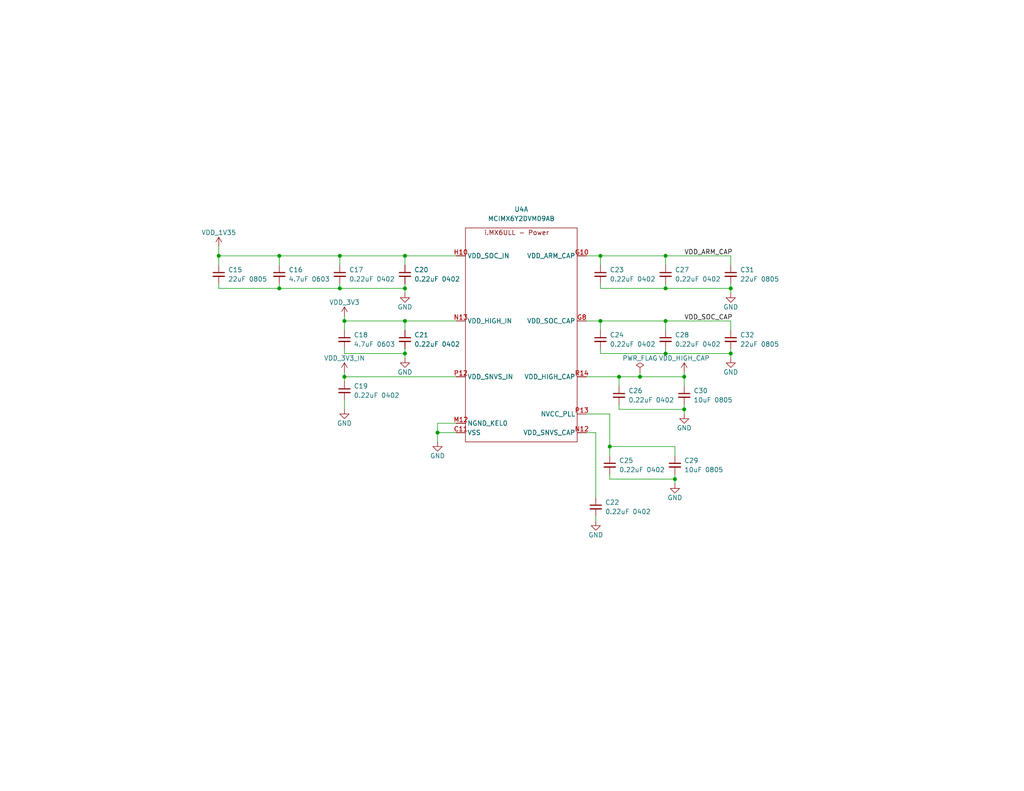
<source format=kicad_sch>
(kicad_sch (version 20211123) (generator eeschema)

  (uuid 345d5e3d-1dca-446f-a4a5-e4189cbac66d)

  (paper "USLetter")

  (title_block
    (title "catfood")
    (company "Ian Kilgore")
  )

  (lib_symbols
    (symbol "Device:C_Small" (pin_numbers hide) (pin_names (offset 0.254) hide) (in_bom yes) (on_board yes)
      (property "Reference" "C" (id 0) (at 0.254 1.778 0)
        (effects (font (size 1.27 1.27)) (justify left))
      )
      (property "Value" "C_Small" (id 1) (at 0.254 -2.032 0)
        (effects (font (size 1.27 1.27)) (justify left))
      )
      (property "Footprint" "" (id 2) (at 0 0 0)
        (effects (font (size 1.27 1.27)) hide)
      )
      (property "Datasheet" "~" (id 3) (at 0 0 0)
        (effects (font (size 1.27 1.27)) hide)
      )
      (property "ki_keywords" "capacitor cap" (id 4) (at 0 0 0)
        (effects (font (size 1.27 1.27)) hide)
      )
      (property "ki_description" "Unpolarized capacitor, small symbol" (id 5) (at 0 0 0)
        (effects (font (size 1.27 1.27)) hide)
      )
      (property "ki_fp_filters" "C_*" (id 6) (at 0 0 0)
        (effects (font (size 1.27 1.27)) hide)
      )
      (symbol "C_Small_0_1"
        (polyline
          (pts
            (xy -1.524 -0.508)
            (xy 1.524 -0.508)
          )
          (stroke (width 0.3302) (type default) (color 0 0 0 0))
          (fill (type none))
        )
        (polyline
          (pts
            (xy -1.524 0.508)
            (xy 1.524 0.508)
          )
          (stroke (width 0.3048) (type default) (color 0 0 0 0))
          (fill (type none))
        )
      )
      (symbol "C_Small_1_1"
        (pin passive line (at 0 2.54 270) (length 2.032)
          (name "~" (effects (font (size 1.27 1.27))))
          (number "1" (effects (font (size 1.27 1.27))))
        )
        (pin passive line (at 0 -2.54 90) (length 2.032)
          (name "~" (effects (font (size 1.27 1.27))))
          (number "2" (effects (font (size 1.27 1.27))))
        )
      )
    )
    (symbol "catfood:MCIMX6YxxVMxxxx" (in_bom yes) (on_board yes)
      (property "Reference" "U" (id 0) (at -19.05 27.94 0)
        (effects (font (size 1.27 1.27)))
      )
      (property "Value" "MCIMX6YxxVMxxxx" (id 1) (at 10.16 27.94 0)
        (effects (font (size 1.27 1.27)))
      )
      (property "Footprint" "" (id 2) (at -10.16 19.05 0)
        (effects (font (size 1.27 1.27)) hide)
      )
      (property "Datasheet" "" (id 3) (at -10.16 19.05 0)
        (effects (font (size 1.27 1.27)) hide)
      )
      (property "ki_locked" "" (id 4) (at 0 0 0)
        (effects (font (size 1.27 1.27)))
      )
      (property "ki_description" "NXP i.MX6ULL, 14x14mm 0.8mm-pitch BGA" (id 5) (at 0 0 0)
        (effects (font (size 1.27 1.27)) hide)
      )
      (symbol "MCIMX6YxxVMxxxx_1_0"
        (text "i.MX6ULL - Power" (at -1.27 25.4 0)
          (effects (font (size 1.27 1.27)))
        )
        (pin passive line (at -17.78 -29.21 0) (length 2.54) hide
          (name "VSS" (effects (font (size 1.27 1.27))))
          (number "A1" (effects (font (size 1.27 1.27))))
        )
        (pin passive line (at -17.78 -29.21 0) (length 2.54) hide
          (name "VSS" (effects (font (size 1.27 1.27))))
          (number "A17" (effects (font (size 1.27 1.27))))
        )
        (pin power_in line (at -17.78 -29.21 0) (length 2.54)
          (name "VSS" (effects (font (size 1.27 1.27))))
          (number "C11" (effects (font (size 1.27 1.27))))
        )
        (pin passive line (at -17.78 -29.21 0) (length 2.54) hide
          (name "VSS" (effects (font (size 1.27 1.27))))
          (number "C15" (effects (font (size 1.27 1.27))))
        )
        (pin passive line (at -17.78 -29.21 0) (length 2.54) hide
          (name "VSS" (effects (font (size 1.27 1.27))))
          (number "C3" (effects (font (size 1.27 1.27))))
        )
        (pin passive line (at -17.78 -29.21 0) (length 2.54) hide
          (name "VSS" (effects (font (size 1.27 1.27))))
          (number "C7" (effects (font (size 1.27 1.27))))
        )
        (pin passive line (at -17.78 -29.21 0) (length 2.54) hide
          (name "VSS" (effects (font (size 1.27 1.27))))
          (number "E11" (effects (font (size 1.27 1.27))))
        )
        (pin passive line (at -17.78 -29.21 0) (length 2.54) hide
          (name "VSS" (effects (font (size 1.27 1.27))))
          (number "E8" (effects (font (size 1.27 1.27))))
        )
        (pin passive line (at -17.78 -29.21 0) (length 2.54) hide
          (name "VSS" (effects (font (size 1.27 1.27))))
          (number "F10" (effects (font (size 1.27 1.27))))
        )
        (pin passive line (at -17.78 -29.21 0) (length 2.54) hide
          (name "VSS" (effects (font (size 1.27 1.27))))
          (number "F11" (effects (font (size 1.27 1.27))))
        )
        (pin passive line (at -17.78 -29.21 0) (length 2.54) hide
          (name "VSS" (effects (font (size 1.27 1.27))))
          (number "F12" (effects (font (size 1.27 1.27))))
        )
        (pin passive line (at -17.78 -29.21 0) (length 2.54) hide
          (name "VSS" (effects (font (size 1.27 1.27))))
          (number "F6" (effects (font (size 1.27 1.27))))
        )
        (pin passive line (at -17.78 -29.21 0) (length 2.54) hide
          (name "VSS" (effects (font (size 1.27 1.27))))
          (number "F7" (effects (font (size 1.27 1.27))))
        )
        (pin passive line (at -17.78 -29.21 0) (length 2.54) hide
          (name "VSS" (effects (font (size 1.27 1.27))))
          (number "F8" (effects (font (size 1.27 1.27))))
        )
        (pin passive line (at -17.78 -29.21 0) (length 2.54) hide
          (name "VSS" (effects (font (size 1.27 1.27))))
          (number "F9" (effects (font (size 1.27 1.27))))
        )
        (pin passive line (at 17.78 19.05 180) (length 2.54)
          (name "VDD_ARM_CAP" (effects (font (size 1.27 1.27))))
          (number "G10" (effects (font (size 1.27 1.27))))
        )
        (pin passive line (at 17.78 19.05 180) (length 2.54) hide
          (name "VDD_ARM_CAP" (effects (font (size 1.27 1.27))))
          (number "G11" (effects (font (size 1.27 1.27))))
        )
        (pin passive line (at -17.78 -29.21 0) (length 2.54) hide
          (name "VSS" (effects (font (size 1.27 1.27))))
          (number "G12" (effects (font (size 1.27 1.27))))
        )
        (pin passive line (at -17.78 -29.21 0) (length 2.54) hide
          (name "VSS" (effects (font (size 1.27 1.27))))
          (number "G15" (effects (font (size 1.27 1.27))))
        )
        (pin passive line (at -17.78 -29.21 0) (length 2.54) hide
          (name "VSS" (effects (font (size 1.27 1.27))))
          (number "G3" (effects (font (size 1.27 1.27))))
        )
        (pin passive line (at -17.78 -29.21 0) (length 2.54) hide
          (name "VSS" (effects (font (size 1.27 1.27))))
          (number "G5" (effects (font (size 1.27 1.27))))
        )
        (pin passive line (at -17.78 -29.21 0) (length 2.54) hide
          (name "VSS" (effects (font (size 1.27 1.27))))
          (number "G7" (effects (font (size 1.27 1.27))))
        )
        (pin passive line (at 17.78 1.27 180) (length 2.54)
          (name "VDD_SOC_CAP" (effects (font (size 1.27 1.27))))
          (number "G8" (effects (font (size 1.27 1.27))))
        )
        (pin passive line (at 17.78 19.05 180) (length 2.54) hide
          (name "VDD_ARM_CAP" (effects (font (size 1.27 1.27))))
          (number "G9" (effects (font (size 1.27 1.27))))
        )
        (pin power_in line (at -17.78 19.05 0) (length 2.54)
          (name "VDD_SOC_IN" (effects (font (size 1.27 1.27))))
          (number "H10" (effects (font (size 1.27 1.27))))
        )
        (pin passive line (at 17.78 19.05 180) (length 2.54) hide
          (name "VDD_ARM_CAP" (effects (font (size 1.27 1.27))))
          (number "H11" (effects (font (size 1.27 1.27))))
        )
        (pin passive line (at -17.78 -29.21 0) (length 2.54) hide
          (name "VSS" (effects (font (size 1.27 1.27))))
          (number "H12" (effects (font (size 1.27 1.27))))
        )
        (pin passive line (at -17.78 -29.21 0) (length 2.54) hide
          (name "VSS" (effects (font (size 1.27 1.27))))
          (number "H7" (effects (font (size 1.27 1.27))))
        )
        (pin passive line (at 17.78 1.27 180) (length 2.54) hide
          (name "VDD_SOC_CAP" (effects (font (size 1.27 1.27))))
          (number "H8" (effects (font (size 1.27 1.27))))
        )
        (pin passive line (at -17.78 19.05 0) (length 2.54) hide
          (name "VDD_SOC_IN" (effects (font (size 1.27 1.27))))
          (number "H9" (effects (font (size 1.27 1.27))))
        )
        (pin passive line (at -17.78 19.05 0) (length 2.54) hide
          (name "VDD_SOC_IN" (effects (font (size 1.27 1.27))))
          (number "J10" (effects (font (size 1.27 1.27))))
        )
        (pin passive line (at 17.78 1.27 180) (length 2.54) hide
          (name "VDD_SOC_CAP" (effects (font (size 1.27 1.27))))
          (number "J11" (effects (font (size 1.27 1.27))))
        )
        (pin passive line (at -17.78 -29.21 0) (length 2.54) hide
          (name "VSS" (effects (font (size 1.27 1.27))))
          (number "J12" (effects (font (size 1.27 1.27))))
        )
        (pin passive line (at -17.78 -29.21 0) (length 2.54) hide
          (name "VSS" (effects (font (size 1.27 1.27))))
          (number "J5" (effects (font (size 1.27 1.27))))
        )
        (pin passive line (at -17.78 -29.21 0) (length 2.54) hide
          (name "VSS" (effects (font (size 1.27 1.27))))
          (number "J7" (effects (font (size 1.27 1.27))))
        )
        (pin passive line (at 17.78 1.27 180) (length 2.54) hide
          (name "VDD_SOC_CAP" (effects (font (size 1.27 1.27))))
          (number "J8" (effects (font (size 1.27 1.27))))
        )
        (pin passive line (at -17.78 19.05 0) (length 2.54) hide
          (name "VDD_SOC_IN" (effects (font (size 1.27 1.27))))
          (number "J9" (effects (font (size 1.27 1.27))))
        )
        (pin passive line (at -17.78 19.05 0) (length 2.54) hide
          (name "VDD_SOC_IN" (effects (font (size 1.27 1.27))))
          (number "K10" (effects (font (size 1.27 1.27))))
        )
        (pin passive line (at 17.78 1.27 180) (length 2.54) hide
          (name "VDD_SOC_CAP" (effects (font (size 1.27 1.27))))
          (number "K11" (effects (font (size 1.27 1.27))))
        )
        (pin passive line (at -17.78 -29.21 0) (length 2.54) hide
          (name "VSS" (effects (font (size 1.27 1.27))))
          (number "K12" (effects (font (size 1.27 1.27))))
        )
        (pin passive line (at -17.78 -29.21 0) (length 2.54) hide
          (name "VSS" (effects (font (size 1.27 1.27))))
          (number "K7" (effects (font (size 1.27 1.27))))
        )
        (pin passive line (at 17.78 1.27 180) (length 2.54) hide
          (name "VDD_SOC_CAP" (effects (font (size 1.27 1.27))))
          (number "K8" (effects (font (size 1.27 1.27))))
        )
        (pin passive line (at -17.78 19.05 0) (length 2.54) hide
          (name "VDD_SOC_IN" (effects (font (size 1.27 1.27))))
          (number "K9" (effects (font (size 1.27 1.27))))
        )
        (pin passive line (at 17.78 1.27 180) (length 2.54) hide
          (name "VDD_SOC_CAP" (effects (font (size 1.27 1.27))))
          (number "L10" (effects (font (size 1.27 1.27))))
        )
        (pin passive line (at 17.78 1.27 180) (length 2.54) hide
          (name "VDD_SOC_CAP" (effects (font (size 1.27 1.27))))
          (number "L11" (effects (font (size 1.27 1.27))))
        )
        (pin passive line (at -17.78 -29.21 0) (length 2.54) hide
          (name "VSS" (effects (font (size 1.27 1.27))))
          (number "L12" (effects (font (size 1.27 1.27))))
        )
        (pin passive line (at -17.78 -29.21 0) (length 2.54) hide
          (name "VSS" (effects (font (size 1.27 1.27))))
          (number "L3" (effects (font (size 1.27 1.27))))
        )
        (pin passive line (at -17.78 -29.21 0) (length 2.54) hide
          (name "VSS" (effects (font (size 1.27 1.27))))
          (number "L7" (effects (font (size 1.27 1.27))))
        )
        (pin passive line (at 17.78 1.27 180) (length 2.54) hide
          (name "VDD_SOC_CAP" (effects (font (size 1.27 1.27))))
          (number "L8" (effects (font (size 1.27 1.27))))
        )
        (pin passive line (at 17.78 1.27 180) (length 2.54) hide
          (name "VDD_SOC_CAP" (effects (font (size 1.27 1.27))))
          (number "L9" (effects (font (size 1.27 1.27))))
        )
        (pin passive line (at -17.78 -29.21 0) (length 2.54) hide
          (name "VSS" (effects (font (size 1.27 1.27))))
          (number "M10" (effects (font (size 1.27 1.27))))
        )
        (pin passive line (at -17.78 -29.21 0) (length 2.54) hide
          (name "VSS" (effects (font (size 1.27 1.27))))
          (number "M11" (effects (font (size 1.27 1.27))))
        )
        (pin power_in line (at -17.78 -26.67 0) (length 2.54)
          (name "NGND_KEL0" (effects (font (size 1.27 1.27))))
          (number "M12" (effects (font (size 1.27 1.27))))
        )
        (pin passive line (at -17.78 -29.21 0) (length 2.54) hide
          (name "VSS" (effects (font (size 1.27 1.27))))
          (number "M7" (effects (font (size 1.27 1.27))))
        )
        (pin passive line (at -17.78 -29.21 0) (length 2.54) hide
          (name "VSS" (effects (font (size 1.27 1.27))))
          (number "M8" (effects (font (size 1.27 1.27))))
        )
        (pin passive line (at -17.78 -29.21 0) (length 2.54) hide
          (name "VSS" (effects (font (size 1.27 1.27))))
          (number "M9" (effects (font (size 1.27 1.27))))
        )
        (pin passive line (at 17.78 -29.21 180) (length 2.54)
          (name "VDD_SNVS_CAP" (effects (font (size 1.27 1.27))))
          (number "N12" (effects (font (size 1.27 1.27))))
        )
        (pin power_in line (at -17.78 1.27 0) (length 2.54)
          (name "VDD_HIGH_IN" (effects (font (size 1.27 1.27))))
          (number "N13" (effects (font (size 1.27 1.27))))
        )
        (pin passive line (at -17.78 -29.21 0) (length 2.54) hide
          (name "VSS" (effects (font (size 1.27 1.27))))
          (number "N3" (effects (font (size 1.27 1.27))))
        )
        (pin passive line (at -17.78 -29.21 0) (length 2.54) hide
          (name "VSS" (effects (font (size 1.27 1.27))))
          (number "N5" (effects (font (size 1.27 1.27))))
        )
        (pin power_in line (at -17.78 -13.97 0) (length 2.54)
          (name "VDD_SNVS_IN" (effects (font (size 1.27 1.27))))
          (number "P12" (effects (font (size 1.27 1.27))))
        )
        (pin passive line (at 17.78 -24.13 180) (length 2.54)
          (name "NVCC_PLL" (effects (font (size 1.27 1.27))))
          (number "P13" (effects (font (size 1.27 1.27))))
        )
        (pin passive line (at -17.78 -29.21 0) (length 2.54) hide
          (name "VSS" (effects (font (size 1.27 1.27))))
          (number "R11" (effects (font (size 1.27 1.27))))
        )
        (pin passive line (at 17.78 -13.97 180) (length 2.54)
          (name "VDD_HIGH_CAP" (effects (font (size 1.27 1.27))))
          (number "R14" (effects (font (size 1.27 1.27))))
        )
        (pin passive line (at 17.78 -13.97 180) (length 2.54) hide
          (name "VDD_HIGH_CAP" (effects (font (size 1.27 1.27))))
          (number "R15" (effects (font (size 1.27 1.27))))
        )
        (pin passive line (at -17.78 -29.21 0) (length 2.54) hide
          (name "VSS" (effects (font (size 1.27 1.27))))
          (number "R16" (effects (font (size 1.27 1.27))))
        )
        (pin passive line (at -17.78 -29.21 0) (length 2.54) hide
          (name "VSS" (effects (font (size 1.27 1.27))))
          (number "R17" (effects (font (size 1.27 1.27))))
        )
        (pin passive line (at -17.78 -29.21 0) (length 2.54) hide
          (name "VSS" (effects (font (size 1.27 1.27))))
          (number "R3" (effects (font (size 1.27 1.27))))
        )
        (pin passive line (at -17.78 -29.21 0) (length 2.54) hide
          (name "VSS" (effects (font (size 1.27 1.27))))
          (number "R5" (effects (font (size 1.27 1.27))))
        )
        (pin passive line (at -17.78 -29.21 0) (length 2.54) hide
          (name "VSS" (effects (font (size 1.27 1.27))))
          (number "R7" (effects (font (size 1.27 1.27))))
        )
        (pin passive line (at -17.78 -29.21 0) (length 2.54) hide
          (name "VSS" (effects (font (size 1.27 1.27))))
          (number "T14" (effects (font (size 1.27 1.27))))
        )
        (pin passive line (at -17.78 -29.21 0) (length 2.54) hide
          (name "VSS" (effects (font (size 1.27 1.27))))
          (number "U1" (effects (font (size 1.27 1.27))))
        )
        (pin passive line (at -17.78 -29.21 0) (length 2.54) hide
          (name "VSS" (effects (font (size 1.27 1.27))))
          (number "U14" (effects (font (size 1.27 1.27))))
        )
        (pin passive line (at -17.78 -29.21 0) (length 2.54) hide
          (name "VSS" (effects (font (size 1.27 1.27))))
          (number "U17" (effects (font (size 1.27 1.27))))
        )
      )
      (symbol "MCIMX6YxxVMxxxx_1_1"
        (rectangle (start -15.24 26.67) (end 15.24 -31.75)
          (stroke (width 0) (type default) (color 0 0 0 0))
          (fill (type none))
        )
      )
      (symbol "MCIMX6YxxVMxxxx_2_0"
        (rectangle (start -20.32 25.4) (end 15.24 -60.96)
          (stroke (width 0) (type default) (color 0 0 0 0))
          (fill (type none))
        )
        (text "i.MX6ULL - Control" (at -3.81 24.13 0)
          (effects (font (size 1.27 1.27)))
        )
        (pin output line (at 17.78 -55.88 180) (length 2.54)
          (name "UART5_TX_DATA" (effects (font (size 1.27 1.27))))
          (number "F17" (effects (font (size 1.27 1.27))))
        )
        (pin input line (at 17.78 -58.42 180) (length 2.54)
          (name "UART5_RX_DATA" (effects (font (size 1.27 1.27))))
          (number "G13" (effects (font (size 1.27 1.27))))
        )
        (pin input line (at 17.78 -40.64 180) (length 2.54)
          (name "~{UART3_RTS}" (effects (font (size 1.27 1.27))))
          (number "G14" (effects (font (size 1.27 1.27))))
        )
        (pin input line (at 17.78 -50.8 180) (length 2.54)
          (name "UART4_RX_DATA" (effects (font (size 1.27 1.27))))
          (number "G16" (effects (font (size 1.27 1.27))))
        )
        (pin output line (at 17.78 -48.26 180) (length 2.54)
          (name "UART4_TX_DATA" (effects (font (size 1.27 1.27))))
          (number "G17" (effects (font (size 1.27 1.27))))
        )
        (pin passive line (at 17.78 -5.08 180) (length 2.54)
          (name "NVCC_UART" (effects (font (size 1.27 1.27))))
          (number "H13" (effects (font (size 1.27 1.27))))
        )
        (pin input line (at 17.78 -27.94 180) (length 2.54)
          (name "~{UART2_RTS}" (effects (font (size 1.27 1.27))))
          (number "H14" (effects (font (size 1.27 1.27))))
        )
        (pin output line (at 17.78 -43.18 180) (length 2.54)
          (name "~{UART3_CTS}" (effects (font (size 1.27 1.27))))
          (number "H15" (effects (font (size 1.27 1.27))))
        )
        (pin input line (at 17.78 -38.1 180) (length 2.54)
          (name "UART3_RX_DATA" (effects (font (size 1.27 1.27))))
          (number "H16" (effects (font (size 1.27 1.27))))
        )
        (pin output line (at 17.78 -35.56 180) (length 2.54)
          (name "UART3_TX_DATA" (effects (font (size 1.27 1.27))))
          (number "H17" (effects (font (size 1.27 1.27))))
        )
        (pin input line (at 17.78 -15.24 180) (length 2.54)
          (name "~{UART1_RTS}" (effects (font (size 1.27 1.27))))
          (number "J14" (effects (font (size 1.27 1.27))))
        )
        (pin output line (at 17.78 -30.48 180) (length 2.54)
          (name "~{UART2_CTS}" (effects (font (size 1.27 1.27))))
          (number "J15" (effects (font (size 1.27 1.27))))
        )
        (pin input line (at 17.78 -25.4 180) (length 2.54)
          (name "UART2_RX_DATA" (effects (font (size 1.27 1.27))))
          (number "J16" (effects (font (size 1.27 1.27))))
        )
        (pin output line (at 17.78 -22.86 180) (length 2.54)
          (name "UART2_TX_DATA" (effects (font (size 1.27 1.27))))
          (number "J17" (effects (font (size 1.27 1.27))))
        )
        (pin output line (at 17.78 -10.16 180) (length 2.54)
          (name "UART1_TX_DATA" (effects (font (size 1.27 1.27))))
          (number "K14" (effects (font (size 1.27 1.27))))
        )
        (pin output line (at 17.78 -17.78 180) (length 2.54)
          (name "~{UART1_CTS}" (effects (font (size 1.27 1.27))))
          (number "K15" (effects (font (size 1.27 1.27))))
        )
        (pin input line (at 17.78 -12.7 180) (length 2.54)
          (name "UART1_RX_DATA" (effects (font (size 1.27 1.27))))
          (number "K16" (effects (font (size 1.27 1.27))))
        )
        (pin passive line (at 17.78 22.86 180) (length 2.54)
          (name "JTAG_TCK" (effects (font (size 1.27 1.27))))
          (number "M14" (effects (font (size 1.27 1.27))))
        )
        (pin passive line (at -22.86 -15.24 0) (length 2.54)
          (name "SNVS_TAMPER7" (effects (font (size 1.27 1.27))))
          (number "N10" (effects (font (size 1.27 1.27))))
        )
        (pin passive line (at -22.86 -12.7 0) (length 2.54)
          (name "SNVS_TAMPER6" (effects (font (size 1.27 1.27))))
          (number "N11" (effects (font (size 1.27 1.27))))
        )
        (pin passive line (at 17.78 12.7 180) (length 2.54)
          (name "~{JTAG_TRST}" (effects (font (size 1.27 1.27))))
          (number "N14" (effects (font (size 1.27 1.27))))
        )
        (pin passive line (at 17.78 15.24 180) (length 2.54)
          (name "JTAG_TDO" (effects (font (size 1.27 1.27))))
          (number "N15" (effects (font (size 1.27 1.27))))
        )
        (pin passive line (at 17.78 17.78 180) (length 2.54)
          (name "JTAG_TDI" (effects (font (size 1.27 1.27))))
          (number "N16" (effects (font (size 1.27 1.27))))
        )
        (pin passive line (at -22.86 7.62 0) (length 2.54)
          (name "TEST_MODE" (effects (font (size 1.27 1.27))))
          (number "N7" (effects (font (size 1.27 1.27))))
        )
        (pin passive line (at -22.86 -10.16 0) (length 2.54)
          (name "SNVS_TAMPER5" (effects (font (size 1.27 1.27))))
          (number "N8" (effects (font (size 1.27 1.27))))
        )
        (pin passive line (at -22.86 -17.78 0) (length 2.54)
          (name "SNVS_TAMPER8" (effects (font (size 1.27 1.27))))
          (number "N9" (effects (font (size 1.27 1.27))))
        )
        (pin passive line (at -22.86 -5.08 0) (length 2.54)
          (name "SNVS_TAMPER3" (effects (font (size 1.27 1.27))))
          (number "P10" (effects (font (size 1.27 1.27))))
        )
        (pin passive line (at -22.86 -2.54 0) (length 2.54)
          (name "SNVS_TAMPER2" (effects (font (size 1.27 1.27))))
          (number "P11" (effects (font (size 1.27 1.27))))
        )
        (pin passive line (at 17.78 20.32 180) (length 2.54)
          (name "JTAG_TMS" (effects (font (size 1.27 1.27))))
          (number "P14" (effects (font (size 1.27 1.27))))
        )
        (pin passive line (at 17.78 10.16 180) (length 2.54)
          (name "JTAG_MOD" (effects (font (size 1.27 1.27))))
          (number "P15" (effects (font (size 1.27 1.27))))
        )
        (pin passive line (at 17.78 3.81 180) (length 2.54)
          (name "CCM_CLK1_N" (effects (font (size 1.27 1.27))))
          (number "P16" (effects (font (size 1.27 1.27))))
        )
        (pin passive line (at 17.78 1.27 180) (length 2.54)
          (name "CCM_CLK1_P" (effects (font (size 1.27 1.27))))
          (number "P17" (effects (font (size 1.27 1.27))))
        )
        (pin input line (at -22.86 20.32 0) (length 2.54)
          (name "~{POR}" (effects (font (size 1.27 1.27))))
          (number "P8" (effects (font (size 1.27 1.27))))
        )
        (pin passive line (at -22.86 -7.62 0) (length 2.54)
          (name "SNVS_TAMPER4" (effects (font (size 1.27 1.27))))
          (number "P9" (effects (font (size 1.27 1.27))))
        )
        (pin passive line (at -22.86 2.54 0) (length 2.54)
          (name "SNVS_TAMPER0" (effects (font (size 1.27 1.27))))
          (number "R10" (effects (font (size 1.27 1.27))))
        )
        (pin passive line (at -22.86 -54.61 0) (length 2.54)
          (name "GPANAIO" (effects (font (size 1.27 1.27))))
          (number "R13" (effects (font (size 1.27 1.27))))
        )
        (pin passive line (at -22.86 -20.32 0) (length 2.54)
          (name "SNVS_TAMPER9" (effects (font (size 1.27 1.27))))
          (number "R6" (effects (font (size 1.27 1.27))))
        )
        (pin input line (at -22.86 22.86 0) (length 2.54)
          (name "ONOFF" (effects (font (size 1.27 1.27))))
          (number "R8" (effects (font (size 1.27 1.27))))
        )
        (pin passive line (at -22.86 0 0) (length 2.54)
          (name "SNVS_TAMPER1" (effects (font (size 1.27 1.27))))
          (number "R9" (effects (font (size 1.27 1.27))))
        )
        (pin input line (at -22.86 12.7 0) (length 2.54)
          (name "BOOT_MODE0" (effects (font (size 1.27 1.27))))
          (number "T10" (effects (font (size 1.27 1.27))))
        )
        (pin passive line (at -22.86 -44.45 0) (length 2.54)
          (name "RTC_XTALI" (effects (font (size 1.27 1.27))))
          (number "T11" (effects (font (size 1.27 1.27))))
        )
        (pin passive line (at -22.86 -36.83 0) (length 2.54)
          (name "XTALI" (effects (font (size 1.27 1.27))))
          (number "T16" (effects (font (size 1.27 1.27))))
        )
        (pin passive line (at -22.86 -39.37 0) (length 2.54)
          (name "XTALO" (effects (font (size 1.27 1.27))))
          (number "T17" (effects (font (size 1.27 1.27))))
        )
        (pin passive line (at -22.86 -29.21 0) (length 2.54)
          (name "SNVS_PMIC_ON_REQ" (effects (font (size 1.27 1.27))))
          (number "T9" (effects (font (size 1.27 1.27))))
        )
        (pin input line (at -22.86 10.16 0) (length 2.54)
          (name "BOOT_MODE1" (effects (font (size 1.27 1.27))))
          (number "U10" (effects (font (size 1.27 1.27))))
        )
        (pin passive line (at -22.86 -46.99 0) (length 2.54)
          (name "RTC_XTALO" (effects (font (size 1.27 1.27))))
          (number "U11" (effects (font (size 1.27 1.27))))
        )
        (pin output line (at -22.86 -26.67 0) (length 2.54)
          (name "CCM_PMIC_STBY_REQ" (effects (font (size 1.27 1.27))))
          (number "U9" (effects (font (size 1.27 1.27))))
        )
      )
      (symbol "MCIMX6YxxVMxxxx_3_0"
        (text "i.MX6ULL - DDR" (at -1.27 25.4 0)
          (effects (font (size 1.27 1.27)))
        )
        (pin output line (at 17.78 -36.83 180) (length 2.54)
          (name "DRAM_ODT1" (effects (font (size 1.27 1.27))))
          (number "F1" (effects (font (size 1.27 1.27))))
        )
        (pin output line (at -17.78 -13.97 0) (length 2.54)
          (name "DRAM_ADDR14" (effects (font (size 1.27 1.27))))
          (number "G1" (effects (font (size 1.27 1.27))))
        )
        (pin output line (at -17.78 6.35 0) (length 2.54)
          (name "DRAM_ADDR06" (effects (font (size 1.27 1.27))))
          (number "G2" (effects (font (size 1.27 1.27))))
        )
        (pin output line (at -17.78 -52.07 0) (length 2.54)
          (name "DRAM_RESET" (effects (font (size 1.27 1.27))))
          (number "G4" (effects (font (size 1.27 1.27))))
        )
        (pin power_in line (at 17.78 -50.8 180) (length 2.54)
          (name "NVCC_DRAM" (effects (font (size 1.27 1.27))))
          (number "G6" (effects (font (size 1.27 1.27))))
        )
        (pin output line (at -17.78 -22.86 0) (length 2.54)
          (name "DRAM_SDBA1" (effects (font (size 1.27 1.27))))
          (number "H1" (effects (font (size 1.27 1.27))))
        )
        (pin output line (at -17.78 19.05 0) (length 2.54)
          (name "DRAM_ADDR01" (effects (font (size 1.27 1.27))))
          (number "H2" (effects (font (size 1.27 1.27))))
        )
        (pin output line (at -17.78 -11.43 0) (length 2.54)
          (name "DRAM_ADDR13" (effects (font (size 1.27 1.27))))
          (number "H3" (effects (font (size 1.27 1.27))))
        )
        (pin output line (at -17.78 3.81 0) (length 2.54)
          (name "DRAM_ADDR07" (effects (font (size 1.27 1.27))))
          (number "H4" (effects (font (size 1.27 1.27))))
        )
        (pin output line (at -17.78 -33.02 0) (length 2.54)
          (name "~{DRAM_CS1}" (effects (font (size 1.27 1.27))))
          (number "H5" (effects (font (size 1.27 1.27))))
        )
        (pin passive line (at 17.78 -50.8 180) (length 2.54) hide
          (name "NVCC_DRAM" (effects (font (size 1.27 1.27))))
          (number "H6" (effects (font (size 1.27 1.27))))
        )
        (pin output line (at -17.78 -41.91 0) (length 2.54)
          (name "~{DRAM_SDWE}" (effects (font (size 1.27 1.27))))
          (number "J1" (effects (font (size 1.27 1.27))))
        )
        (pin output line (at -17.78 -39.37 0) (length 2.54)
          (name "~{DRAM_CAS}" (effects (font (size 1.27 1.27))))
          (number "J2" (effects (font (size 1.27 1.27))))
        )
        (pin output line (at 17.78 -43.18 180) (length 2.54)
          (name "DRAM_SDCKE1" (effects (font (size 1.27 1.27))))
          (number "J3" (effects (font (size 1.27 1.27))))
        )
        (pin output line (at -17.78 1.27 0) (length 2.54)
          (name "DRAM_ADDR08" (effects (font (size 1.27 1.27))))
          (number "J4" (effects (font (size 1.27 1.27))))
        )
        (pin passive line (at 17.78 -50.8 180) (length 2.54) hide
          (name "NVCC_DRAM" (effects (font (size 1.27 1.27))))
          (number "J6" (effects (font (size 1.27 1.27))))
        )
        (pin output line (at -17.78 16.51 0) (length 2.54)
          (name "DRAM_ADDR02" (effects (font (size 1.27 1.27))))
          (number "K1" (effects (font (size 1.27 1.27))))
        )
        (pin output line (at -17.78 -25.4 0) (length 2.54)
          (name "DRAM_SDBA2" (effects (font (size 1.27 1.27))))
          (number "K2" (effects (font (size 1.27 1.27))))
        )
        (pin output line (at -17.78 -6.35 0) (length 2.54)
          (name "DRAM_ADDR11" (effects (font (size 1.27 1.27))))
          (number "K3" (effects (font (size 1.27 1.27))))
        )
        (pin output line (at -17.78 11.43 0) (length 2.54)
          (name "DRAM_ADDR04" (effects (font (size 1.27 1.27))))
          (number "K4" (effects (font (size 1.27 1.27))))
        )
        (pin output line (at -17.78 -16.51 0) (length 2.54)
          (name "DRAM_ADDR15" (effects (font (size 1.27 1.27))))
          (number "K5" (effects (font (size 1.27 1.27))))
        )
        (pin passive line (at 17.78 -50.8 180) (length 2.54) hide
          (name "NVCC_DRAM" (effects (font (size 1.27 1.27))))
          (number "K6" (effects (font (size 1.27 1.27))))
        )
        (pin output line (at -17.78 8.89 0) (length 2.54)
          (name "DRAM_ADDR05" (effects (font (size 1.27 1.27))))
          (number "L1" (effects (font (size 1.27 1.27))))
        )
        (pin output line (at -17.78 -1.27 0) (length 2.54)
          (name "DRAM_ADDR09" (effects (font (size 1.27 1.27))))
          (number "L2" (effects (font (size 1.27 1.27))))
        )
        (pin output line (at -17.78 -8.89 0) (length 2.54)
          (name "DRAM_ADDR12" (effects (font (size 1.27 1.27))))
          (number "L4" (effects (font (size 1.27 1.27))))
        )
        (pin output line (at -17.78 21.59 0) (length 2.54)
          (name "DRAM_ADDR00" (effects (font (size 1.27 1.27))))
          (number "L5" (effects (font (size 1.27 1.27))))
        )
        (pin passive line (at 17.78 -50.8 180) (length 2.54) hide
          (name "NVCC_DRAM" (effects (font (size 1.27 1.27))))
          (number "L6" (effects (font (size 1.27 1.27))))
        )
        (pin output line (at -17.78 -20.32 0) (length 2.54)
          (name "DRAM_SDBA0" (effects (font (size 1.27 1.27))))
          (number "M1" (effects (font (size 1.27 1.27))))
        )
        (pin output line (at -17.78 13.97 0) (length 2.54)
          (name "DRAM_ADDR03" (effects (font (size 1.27 1.27))))
          (number "M2" (effects (font (size 1.27 1.27))))
        )
        (pin output line (at 17.78 -45.72 180) (length 2.54)
          (name "DRAM_SDCKE0" (effects (font (size 1.27 1.27))))
          (number "M3" (effects (font (size 1.27 1.27))))
        )
        (pin output line (at -17.78 -3.81 0) (length 2.54)
          (name "DRAM_ADDR10" (effects (font (size 1.27 1.27))))
          (number "M4" (effects (font (size 1.27 1.27))))
        )
        (pin output line (at -17.78 -36.83 0) (length 2.54)
          (name "~{DRAM_RAS}" (effects (font (size 1.27 1.27))))
          (number "M5" (effects (font (size 1.27 1.27))))
        )
        (pin passive line (at 17.78 -50.8 180) (length 2.54) hide
          (name "NVCC_DRAM" (effects (font (size 1.27 1.27))))
          (number "M6" (effects (font (size 1.27 1.27))))
        )
        (pin output line (at 17.78 -39.37 180) (length 2.54)
          (name "DRAM_ODT0" (effects (font (size 1.27 1.27))))
          (number "N1" (effects (font (size 1.27 1.27))))
        )
        (pin output line (at -17.78 -30.48 0) (length 2.54)
          (name "~{DRAM_CS0}" (effects (font (size 1.27 1.27))))
          (number "N2" (effects (font (size 1.27 1.27))))
        )
        (pin input line (at -17.78 -54.61 0) (length 2.54)
          (name "DRAM_ZQPAD" (effects (font (size 1.27 1.27))))
          (number "N4" (effects (font (size 1.27 1.27))))
        )
        (pin power_in line (at -17.78 -59.69 0) (length 2.54)
          (name "NVCC_DRAM_2P5" (effects (font (size 1.27 1.27))))
          (number "N6" (effects (font (size 1.27 1.27))))
        )
        (pin input line (at -17.78 -45.72 0) (length 2.54)
          (name "DRAM_SDCLK0_P" (effects (font (size 1.27 1.27))))
          (number "P1" (effects (font (size 1.27 1.27))))
        )
        (pin input line (at -17.78 -48.26 0) (length 2.54)
          (name "DRAM_SDCLK0_N" (effects (font (size 1.27 1.27))))
          (number "P2" (effects (font (size 1.27 1.27))))
        )
        (pin bidirectional line (at 17.78 -20.32 180) (length 2.54)
          (name "DRAM_DATA13" (effects (font (size 1.27 1.27))))
          (number "P3" (effects (font (size 1.27 1.27))))
        )
        (pin power_in line (at -17.78 -62.23 0) (length 2.54)
          (name "DRAM_VREF" (effects (font (size 1.27 1.27))))
          (number "P4" (effects (font (size 1.27 1.27))))
        )
        (pin bidirectional line (at 17.78 -17.78 180) (length 2.54)
          (name "DRAM_DATA12" (effects (font (size 1.27 1.27))))
          (number "P5" (effects (font (size 1.27 1.27))))
        )
        (pin input line (at 17.78 1.27 180) (length 2.54)
          (name "DRAM_SDQS0_P" (effects (font (size 1.27 1.27))))
          (number "P6" (effects (font (size 1.27 1.27))))
        )
        (pin input line (at 17.78 -1.27 180) (length 2.54)
          (name "DRAM_SDQS0_N" (effects (font (size 1.27 1.27))))
          (number "P7" (effects (font (size 1.27 1.27))))
        )
        (pin bidirectional line (at 17.78 -25.4 180) (length 2.54)
          (name "DRAM_DATA15" (effects (font (size 1.27 1.27))))
          (number "R1" (effects (font (size 1.27 1.27))))
        )
        (pin bidirectional line (at 17.78 -22.86 180) (length 2.54)
          (name "DRAM_DATA14" (effects (font (size 1.27 1.27))))
          (number "R2" (effects (font (size 1.27 1.27))))
        )
        (pin bidirectional line (at 17.78 -15.24 180) (length 2.54)
          (name "DRAM_DATA11" (effects (font (size 1.27 1.27))))
          (number "R4" (effects (font (size 1.27 1.27))))
        )
        (pin input line (at 17.78 -27.94 180) (length 2.54)
          (name "DRAM_SDQS1_P" (effects (font (size 1.27 1.27))))
          (number "T1" (effects (font (size 1.27 1.27))))
        )
        (pin input line (at 17.78 -30.48 180) (length 2.54)
          (name "DRAM_SDQS1_N" (effects (font (size 1.27 1.27))))
          (number "T2" (effects (font (size 1.27 1.27))))
        )
        (pin output line (at 17.78 -33.02 180) (length 2.54)
          (name "DRAM_DQM1" (effects (font (size 1.27 1.27))))
          (number "T3" (effects (font (size 1.27 1.27))))
        )
        (pin bidirectional line (at 17.78 21.59 180) (length 2.54)
          (name "DRAM_DATA00" (effects (font (size 1.27 1.27))))
          (number "T4" (effects (font (size 1.27 1.27))))
        )
        (pin bidirectional line (at 17.78 6.35 180) (length 2.54)
          (name "DRAM_DATA06" (effects (font (size 1.27 1.27))))
          (number "T5" (effects (font (size 1.27 1.27))))
        )
        (pin bidirectional line (at 17.78 16.51 180) (length 2.54)
          (name "DRAM_DATA02" (effects (font (size 1.27 1.27))))
          (number "T6" (effects (font (size 1.27 1.27))))
        )
        (pin output line (at 17.78 -3.81 180) (length 2.54)
          (name "DRAM_DQM0" (effects (font (size 1.27 1.27))))
          (number "T7" (effects (font (size 1.27 1.27))))
        )
        (pin bidirectional line (at 17.78 8.89 180) (length 2.54)
          (name "DRAM_DATA05" (effects (font (size 1.27 1.27))))
          (number "T8" (effects (font (size 1.27 1.27))))
        )
        (pin bidirectional line (at 17.78 -7.62 180) (length 2.54)
          (name "DRAM_DATA08" (effects (font (size 1.27 1.27))))
          (number "U2" (effects (font (size 1.27 1.27))))
        )
        (pin bidirectional line (at 17.78 -10.16 180) (length 2.54)
          (name "DRAM_DATA09" (effects (font (size 1.27 1.27))))
          (number "U3" (effects (font (size 1.27 1.27))))
        )
        (pin bidirectional line (at 17.78 3.81 180) (length 2.54)
          (name "DRAM_DATA07" (effects (font (size 1.27 1.27))))
          (number "U4" (effects (font (size 1.27 1.27))))
        )
        (pin bidirectional line (at 17.78 -12.7 180) (length 2.54)
          (name "DRAM_DATA10" (effects (font (size 1.27 1.27))))
          (number "U5" (effects (font (size 1.27 1.27))))
        )
        (pin bidirectional line (at 17.78 19.05 180) (length 2.54)
          (name "DRAM_DATA01" (effects (font (size 1.27 1.27))))
          (number "U6" (effects (font (size 1.27 1.27))))
        )
        (pin bidirectional line (at 17.78 13.97 180) (length 2.54)
          (name "DRAM_DATA03" (effects (font (size 1.27 1.27))))
          (number "U7" (effects (font (size 1.27 1.27))))
        )
        (pin bidirectional line (at 17.78 11.43 180) (length 2.54)
          (name "DRAM_DATA04" (effects (font (size 1.27 1.27))))
          (number "U8" (effects (font (size 1.27 1.27))))
        )
      )
      (symbol "MCIMX6YxxVMxxxx_3_1"
        (rectangle (start -15.24 26.67) (end 15.24 -64.77)
          (stroke (width 0) (type default) (color 0 0 0 0))
          (fill (type none))
        )
      )
      (symbol "MCIMX6YxxVMxxxx_4_0"
        (text "i.MX6ULL - LCD" (at -1.27 25.4 0)
          (effects (font (size 1.27 1.27)))
        )
        (pin output line (at 17.78 6.35 180) (length 2.54)
          (name "LCD_DATA06" (effects (font (size 1.27 1.27))))
          (number "A10" (effects (font (size 1.27 1.27))))
        )
        (pin output line (at 17.78 -1.27 180) (length 2.54)
          (name "LCD_DATA09" (effects (font (size 1.27 1.27))))
          (number "A11" (effects (font (size 1.27 1.27))))
        )
        (pin output line (at 17.78 -13.97 180) (length 2.54)
          (name "LCD_DATA14" (effects (font (size 1.27 1.27))))
          (number "A12" (effects (font (size 1.27 1.27))))
        )
        (pin output line (at 17.78 -24.13 180) (length 2.54)
          (name "LCD_DATA18" (effects (font (size 1.27 1.27))))
          (number "A13" (effects (font (size 1.27 1.27))))
        )
        (pin output line (at 17.78 -34.29 180) (length 2.54)
          (name "LCD_DATA22" (effects (font (size 1.27 1.27))))
          (number "A14" (effects (font (size 1.27 1.27))))
        )
        (pin output line (at -17.78 15.24 0) (length 2.54)
          (name "LCD_CLK" (effects (font (size 1.27 1.27))))
          (number "A8" (effects (font (size 1.27 1.27))))
        )
        (pin output line (at 17.78 19.05 180) (length 2.54)
          (name "LCD_DATA01" (effects (font (size 1.27 1.27))))
          (number "A9" (effects (font (size 1.27 1.27))))
        )
        (pin output line (at 17.78 8.89 180) (length 2.54)
          (name "LCD_DATA05" (effects (font (size 1.27 1.27))))
          (number "B10" (effects (font (size 1.27 1.27))))
        )
        (pin output line (at 17.78 1.27 180) (length 2.54)
          (name "LCD_DATA08" (effects (font (size 1.27 1.27))))
          (number "B11" (effects (font (size 1.27 1.27))))
        )
        (pin output line (at 17.78 -11.43 180) (length 2.54)
          (name "LCD_DATA13" (effects (font (size 1.27 1.27))))
          (number "B12" (effects (font (size 1.27 1.27))))
        )
        (pin output line (at 17.78 -21.59 180) (length 2.54)
          (name "LCD_DATA17" (effects (font (size 1.27 1.27))))
          (number "B13" (effects (font (size 1.27 1.27))))
        )
        (pin output line (at 17.78 -31.75 180) (length 2.54)
          (name "LCD_DATA21" (effects (font (size 1.27 1.27))))
          (number "B14" (effects (font (size 1.27 1.27))))
        )
        (pin output line (at 17.78 -36.83 180) (length 2.54)
          (name "LCD_DATA23" (effects (font (size 1.27 1.27))))
          (number "B16" (effects (font (size 1.27 1.27))))
        )
        (pin output line (at -17.78 12.7 0) (length 2.54)
          (name "LCD_ENABLE" (effects (font (size 1.27 1.27))))
          (number "B8" (effects (font (size 1.27 1.27))))
        )
        (pin output line (at 17.78 21.59 180) (length 2.54)
          (name "LCD_DATA00" (effects (font (size 1.27 1.27))))
          (number "B9" (effects (font (size 1.27 1.27))))
        )
        (pin output line (at 17.78 11.43 180) (length 2.54)
          (name "LCD_DATA04" (effects (font (size 1.27 1.27))))
          (number "C10" (effects (font (size 1.27 1.27))))
        )
        (pin output line (at 17.78 -8.89 180) (length 2.54)
          (name "LCD_DATA12" (effects (font (size 1.27 1.27))))
          (number "C12" (effects (font (size 1.27 1.27))))
        )
        (pin output line (at 17.78 -19.05 180) (length 2.54)
          (name "LCD_DATA16" (effects (font (size 1.27 1.27))))
          (number "C13" (effects (font (size 1.27 1.27))))
        )
        (pin output line (at 17.78 -29.21 180) (length 2.54)
          (name "LCD_DATA20" (effects (font (size 1.27 1.27))))
          (number "C14" (effects (font (size 1.27 1.27))))
        )
        (pin output line (at -17.78 7.62 0) (length 2.54)
          (name "LCD_VSYNC" (effects (font (size 1.27 1.27))))
          (number "C9" (effects (font (size 1.27 1.27))))
        )
        (pin output line (at 17.78 13.97 180) (length 2.54)
          (name "LCD_DATA03" (effects (font (size 1.27 1.27))))
          (number "D10" (effects (font (size 1.27 1.27))))
        )
        (pin output line (at 17.78 3.81 180) (length 2.54)
          (name "LCD_DATA07" (effects (font (size 1.27 1.27))))
          (number "D11" (effects (font (size 1.27 1.27))))
        )
        (pin output line (at 17.78 -6.35 180) (length 2.54)
          (name "LCD_DATA11" (effects (font (size 1.27 1.27))))
          (number "D12" (effects (font (size 1.27 1.27))))
        )
        (pin output line (at 17.78 -16.51 180) (length 2.54)
          (name "LCD_DATA15" (effects (font (size 1.27 1.27))))
          (number "D13" (effects (font (size 1.27 1.27))))
        )
        (pin output line (at 17.78 -26.67 180) (length 2.54)
          (name "LCD_DATA19" (effects (font (size 1.27 1.27))))
          (number "D14" (effects (font (size 1.27 1.27))))
        )
        (pin output line (at -17.78 10.16 0) (length 2.54)
          (name "LCD_HSYNC" (effects (font (size 1.27 1.27))))
          (number "D9" (effects (font (size 1.27 1.27))))
        )
        (pin output line (at 17.78 16.51 180) (length 2.54)
          (name "LCD_DATA02" (effects (font (size 1.27 1.27))))
          (number "E10" (effects (font (size 1.27 1.27))))
        )
        (pin output line (at 17.78 -3.81 180) (length 2.54)
          (name "LCD_DATA10" (effects (font (size 1.27 1.27))))
          (number "E12" (effects (font (size 1.27 1.27))))
        )
        (pin power_in line (at -17.78 21.59 0) (length 2.54)
          (name "NVCC_LCD" (effects (font (size 1.27 1.27))))
          (number "E13" (effects (font (size 1.27 1.27))))
        )
        (pin output line (at -17.78 5.08 0) (length 2.54)
          (name "LCD_RESET" (effects (font (size 1.27 1.27))))
          (number "E9" (effects (font (size 1.27 1.27))))
        )
      )
      (symbol "MCIMX6YxxVMxxxx_4_1"
        (rectangle (start -15.24 26.67) (end 15.24 -39.37)
          (stroke (width 0) (type default) (color 0 0 0 0))
          (fill (type none))
        )
      )
      (symbol "MCIMX6YxxVMxxxx_5_0"
        (text "i.MX6ULL - CSI" (at -1.27 25.4 0)
          (effects (font (size 1.27 1.27)))
        )
        (pin bidirectional line (at 17.78 -8.89 180) (length 2.54)
          (name "CSI_DATA07" (effects (font (size 1.27 1.27))))
          (number "D1" (effects (font (size 1.27 1.27))))
        )
        (pin bidirectional line (at 17.78 -6.35 180) (length 2.54)
          (name "CSI_DATA06" (effects (font (size 1.27 1.27))))
          (number "D2" (effects (font (size 1.27 1.27))))
        )
        (pin bidirectional line (at 17.78 -3.81 180) (length 2.54)
          (name "CSI_DATA05" (effects (font (size 1.27 1.27))))
          (number "D3" (effects (font (size 1.27 1.27))))
        )
        (pin bidirectional line (at 17.78 -1.27 180) (length 2.54)
          (name "CSI_DATA04" (effects (font (size 1.27 1.27))))
          (number "D4" (effects (font (size 1.27 1.27))))
        )
        (pin bidirectional line (at 17.78 1.27 180) (length 2.54)
          (name "CSI_DATA03" (effects (font (size 1.27 1.27))))
          (number "E1" (effects (font (size 1.27 1.27))))
        )
        (pin bidirectional line (at 17.78 3.81 180) (length 2.54)
          (name "CSI_DATA02" (effects (font (size 1.27 1.27))))
          (number "E2" (effects (font (size 1.27 1.27))))
        )
        (pin bidirectional line (at 17.78 6.35 180) (length 2.54)
          (name "CSI_DATA01" (effects (font (size 1.27 1.27))))
          (number "E3" (effects (font (size 1.27 1.27))))
        )
        (pin bidirectional line (at 17.78 8.89 180) (length 2.54)
          (name "CSI_DATA00" (effects (font (size 1.27 1.27))))
          (number "E4" (effects (font (size 1.27 1.27))))
        )
        (pin bidirectional line (at 17.78 19.05 180) (length 2.54)
          (name "CSI_PIXCLK" (effects (font (size 1.27 1.27))))
          (number "E5" (effects (font (size 1.27 1.27))))
        )
        (pin bidirectional line (at 17.78 15.24 180) (length 2.54)
          (name "CSI_VSYNC" (effects (font (size 1.27 1.27))))
          (number "F2" (effects (font (size 1.27 1.27))))
        )
        (pin bidirectional line (at 17.78 12.7 180) (length 2.54)
          (name "CSI_HSYNC" (effects (font (size 1.27 1.27))))
          (number "F3" (effects (font (size 1.27 1.27))))
        )
        (pin power_in line (at -17.78 21.59 0) (length 2.54)
          (name "NVCC_CSI" (effects (font (size 1.27 1.27))))
          (number "F4" (effects (font (size 1.27 1.27))))
        )
        (pin bidirectional line (at 17.78 21.59 180) (length 2.54)
          (name "CSI_MCLK" (effects (font (size 1.27 1.27))))
          (number "F5" (effects (font (size 1.27 1.27))))
        )
      )
      (symbol "MCIMX6YxxVMxxxx_5_1"
        (rectangle (start -15.24 26.67) (end 15.24 -11.43)
          (stroke (width 0) (type default) (color 0 0 0 0))
          (fill (type none))
        )
      )
      (symbol "MCIMX6YxxVMxxxx_6_0"
        (text "i.MX6ULL - USB" (at -1.27 25.4 0)
          (effects (font (size 1.27 1.27)))
        )
        (pin passive line (at 20.32 7.62 180) (length 2.54)
          (name "VDD_USB_CAP" (effects (font (size 1.27 1.27))))
          (number "R12" (effects (font (size 1.27 1.27))))
        )
        (pin power_in line (at -17.78 19.05 0) (length 2.54)
          (name "USB_OTG1_VBUS" (effects (font (size 1.27 1.27))))
          (number "T12" (effects (font (size 1.27 1.27))))
        )
        (pin bidirectional line (at 20.32 1.27 180) (length 2.54)
          (name "USB_OTG2_DN" (effects (font (size 1.27 1.27))))
          (number "T13" (effects (font (size 1.27 1.27))))
        )
        (pin bidirectional line (at 20.32 19.05 180) (length 2.54)
          (name "USB_OTG1_DN" (effects (font (size 1.27 1.27))))
          (number "T15" (effects (font (size 1.27 1.27))))
        )
        (pin power_in line (at -17.78 1.27 0) (length 2.54)
          (name "USB2_OTG2_VBUS" (effects (font (size 1.27 1.27))))
          (number "U12" (effects (font (size 1.27 1.27))))
        )
        (pin bidirectional line (at 20.32 -1.27 180) (length 2.54)
          (name "USB_OTG2_DP" (effects (font (size 1.27 1.27))))
          (number "U13" (effects (font (size 1.27 1.27))))
        )
        (pin bidirectional line (at 20.32 16.51 180) (length 2.54)
          (name "USB_OTG1_DP" (effects (font (size 1.27 1.27))))
          (number "U15" (effects (font (size 1.27 1.27))))
        )
        (pin bidirectional line (at 20.32 13.97 180) (length 2.54)
          (name "~{USB_OTG1_CHD}" (effects (font (size 1.27 1.27))))
          (number "U16" (effects (font (size 1.27 1.27))))
        )
      )
      (symbol "MCIMX6YxxVMxxxx_6_1"
        (rectangle (start -15.24 26.67) (end 17.78 -3.81)
          (stroke (width 0) (type default) (color 0 0 0 0))
          (fill (type none))
        )
      )
      (symbol "MCIMX6YxxVMxxxx_7_0"
        (text "i.MX6ULL - ADC" (at -1.27 25.4 0)
          (effects (font (size 1.27 1.27)))
        )
        (pin power_in line (at -17.78 21.59 0) (length 2.54)
          (name "VDDA_ADC_3P3" (effects (font (size 1.27 1.27))))
          (number "L13" (effects (font (size 1.27 1.27))))
        )
        (pin power_in line (at -17.78 19.05 0) (length 2.54)
          (name "ADC_VREFH" (effects (font (size 1.27 1.27))))
          (number "M13" (effects (font (size 1.27 1.27))))
        )
      )
      (symbol "MCIMX6YxxVMxxxx_7_1"
        (rectangle (start -15.24 26.67) (end 10.16 15.24)
          (stroke (width 0) (type default) (color 0 0 0 0))
          (fill (type none))
        )
      )
      (symbol "MCIMX6YxxVMxxxx_8_0"
        (text "i.MX6ULL - Ethernet" (at -1.27 25.4 0)
          (effects (font (size 1.27 1.27)))
        )
        (pin bidirectional line (at 17.78 -5.08 180) (length 2.54)
          (name "ENET2_TX_DATA0" (effects (font (size 1.27 1.27))))
          (number "A15" (effects (font (size 1.27 1.27))))
        )
        (pin bidirectional line (at 17.78 -7.62 180) (length 2.54)
          (name "ENET2_TX_DATA1" (effects (font (size 1.27 1.27))))
          (number "A16" (effects (font (size 1.27 1.27))))
        )
        (pin bidirectional line (at 17.78 -10.16 180) (length 2.54)
          (name "ENET2_TX_EN" (effects (font (size 1.27 1.27))))
          (number "B15" (effects (font (size 1.27 1.27))))
        )
        (pin bidirectional line (at 17.78 -22.86 180) (length 2.54)
          (name "ENET2_RX_EN" (effects (font (size 1.27 1.27))))
          (number "B17" (effects (font (size 1.27 1.27))))
        )
        (pin bidirectional line (at 17.78 -17.78 180) (length 2.54)
          (name "ENET2_RX_DATA1" (effects (font (size 1.27 1.27))))
          (number "C16" (effects (font (size 1.27 1.27))))
        )
        (pin bidirectional line (at 17.78 -15.24 180) (length 2.54)
          (name "ENET2_RX_DATA0" (effects (font (size 1.27 1.27))))
          (number "C17" (effects (font (size 1.27 1.27))))
        )
        (pin bidirectional line (at 17.78 6.35 180) (length 2.54)
          (name "ENET1_RX_ER" (effects (font (size 1.27 1.27))))
          (number "D15" (effects (font (size 1.27 1.27))))
        )
        (pin bidirectional line (at 17.78 -20.32 180) (length 2.54)
          (name "ENET2_RX_ER" (effects (font (size 1.27 1.27))))
          (number "D16" (effects (font (size 1.27 1.27))))
        )
        (pin bidirectional line (at 17.78 -12.7 180) (length 2.54)
          (name "ENET2_TX_CLK" (effects (font (size 1.27 1.27))))
          (number "D17" (effects (font (size 1.27 1.27))))
        )
        (pin bidirectional line (at 17.78 19.05 180) (length 2.54)
          (name "ENET1_TX_DATA1" (effects (font (size 1.27 1.27))))
          (number "E14" (effects (font (size 1.27 1.27))))
        )
        (pin bidirectional line (at 17.78 21.59 180) (length 2.54)
          (name "ENET1_TX_DATA0" (effects (font (size 1.27 1.27))))
          (number "E15" (effects (font (size 1.27 1.27))))
        )
        (pin bidirectional line (at 17.78 3.81 180) (length 2.54)
          (name "ENET1_RX_EN" (effects (font (size 1.27 1.27))))
          (number "E16" (effects (font (size 1.27 1.27))))
        )
        (pin bidirectional line (at 17.78 8.89 180) (length 2.54)
          (name "ENET1_RX_DATA1" (effects (font (size 1.27 1.27))))
          (number "E17" (effects (font (size 1.27 1.27))))
        )
        (pin power_in line (at -17.78 21.59 0) (length 2.54)
          (name "NVCC_ENET" (effects (font (size 1.27 1.27))))
          (number "F13" (effects (font (size 1.27 1.27))))
        )
        (pin bidirectional line (at 17.78 13.97 180) (length 2.54)
          (name "ENET1_TX_CLK" (effects (font (size 1.27 1.27))))
          (number "F14" (effects (font (size 1.27 1.27))))
        )
        (pin bidirectional line (at 17.78 16.51 180) (length 2.54)
          (name "ENET1_TX_EN" (effects (font (size 1.27 1.27))))
          (number "F15" (effects (font (size 1.27 1.27))))
        )
        (pin bidirectional line (at 17.78 11.43 180) (length 2.54)
          (name "ENET1_RX_DATA0" (effects (font (size 1.27 1.27))))
          (number "F16" (effects (font (size 1.27 1.27))))
        )
      )
      (symbol "MCIMX6YxxVMxxxx_8_1"
        (rectangle (start -15.24 26.67) (end 15.24 -25.4)
          (stroke (width 0) (type default) (color 0 0 0 0))
          (fill (type none))
        )
      )
      (symbol "MCIMX6YxxVMxxxx_9_0"
        (text "i.MX6ULL - SD" (at -1.27 25.4 0)
          (effects (font (size 1.27 1.27)))
        )
        (pin bidirectional line (at 17.78 6.35 180) (length 2.54)
          (name "SD1_DATA3" (effects (font (size 1.27 1.27))))
          (number "A2" (effects (font (size 1.27 1.27))))
        )
        (pin bidirectional line (at 17.78 8.89 180) (length 2.54)
          (name "SD1_DATA2" (effects (font (size 1.27 1.27))))
          (number "B1" (effects (font (size 1.27 1.27))))
        )
        (pin bidirectional line (at 17.78 11.43 180) (length 2.54)
          (name "SD1_DATA1" (effects (font (size 1.27 1.27))))
          (number "B2" (effects (font (size 1.27 1.27))))
        )
        (pin bidirectional line (at 17.78 13.97 180) (length 2.54)
          (name "SD1_DATA0" (effects (font (size 1.27 1.27))))
          (number "B3" (effects (font (size 1.27 1.27))))
        )
        (pin bidirectional line (at 17.78 21.59 180) (length 2.54)
          (name "SD1_CLK" (effects (font (size 1.27 1.27))))
          (number "C1" (effects (font (size 1.27 1.27))))
        )
        (pin bidirectional line (at 17.78 19.05 180) (length 2.54)
          (name "SD1_CMD" (effects (font (size 1.27 1.27))))
          (number "C2" (effects (font (size 1.27 1.27))))
        )
        (pin power_in line (at -17.78 21.59 0) (length 2.54)
          (name "NVCC_SD1" (effects (font (size 1.27 1.27))))
          (number "C4" (effects (font (size 1.27 1.27))))
        )
      )
      (symbol "MCIMX6YxxVMxxxx_9_1"
        (rectangle (start -15.24 26.67) (end 15.24 3.81)
          (stroke (width 0) (type default) (color 0 0 0 0))
          (fill (type none))
        )
      )
      (symbol "MCIMX6YxxVMxxxx_10_0"
        (text "i.MX6ULL - NAND" (at -1.27 25.4 0)
          (effects (font (size 1.27 1.27)))
        )
        (pin bidirectional line (at 17.78 1.27 180) (length 2.54)
          (name "~{NAND_READY}" (effects (font (size 1.27 1.27))))
          (number "A3" (effects (font (size 1.27 1.27))))
        )
        (pin bidirectional line (at 17.78 11.43 180) (length 2.54)
          (name "NAND_CLE" (effects (font (size 1.27 1.27))))
          (number "A4" (effects (font (size 1.27 1.27))))
        )
        (pin bidirectional line (at 17.78 -24.13 180) (length 2.54)
          (name "NAND_DATA07" (effects (font (size 1.27 1.27))))
          (number "A5" (effects (font (size 1.27 1.27))))
        )
        (pin bidirectional line (at 17.78 -21.59 180) (length 2.54)
          (name "NAND_DATA06" (effects (font (size 1.27 1.27))))
          (number "A6" (effects (font (size 1.27 1.27))))
        )
        (pin bidirectional line (at 17.78 -11.43 180) (length 2.54)
          (name "NAND_DATA02" (effects (font (size 1.27 1.27))))
          (number "A7" (effects (font (size 1.27 1.27))))
        )
        (pin bidirectional line (at 17.78 13.97 180) (length 2.54)
          (name "NAND_ALE" (effects (font (size 1.27 1.27))))
          (number "B4" (effects (font (size 1.27 1.27))))
        )
        (pin output line (at 17.78 19.05 180) (length 2.54)
          (name "~{NAND_CE1}" (effects (font (size 1.27 1.27))))
          (number "B5" (effects (font (size 1.27 1.27))))
        )
        (pin bidirectional line (at 17.78 -19.05 180) (length 2.54)
          (name "NAND_DATA05" (effects (font (size 1.27 1.27))))
          (number "B6" (effects (font (size 1.27 1.27))))
        )
        (pin bidirectional line (at 17.78 -8.89 180) (length 2.54)
          (name "NAND_DATA01" (effects (font (size 1.27 1.27))))
          (number "B7" (effects (font (size 1.27 1.27))))
        )
        (pin output line (at 17.78 21.59 180) (length 2.54)
          (name "~{NAND_CE0}" (effects (font (size 1.27 1.27))))
          (number "C5" (effects (font (size 1.27 1.27))))
        )
        (pin bidirectional line (at 17.78 -16.51 180) (length 2.54)
          (name "NAND_DATA04" (effects (font (size 1.27 1.27))))
          (number "C6" (effects (font (size 1.27 1.27))))
        )
        (pin bidirectional line (at 17.78 6.35 180) (length 2.54)
          (name "~{NAND_WE}" (effects (font (size 1.27 1.27))))
          (number "C8" (effects (font (size 1.27 1.27))))
        )
        (pin bidirectional line (at 17.78 3.81 180) (length 2.54)
          (name "~{NAND_WP}" (effects (font (size 1.27 1.27))))
          (number "D5" (effects (font (size 1.27 1.27))))
        )
        (pin bidirectional line (at 17.78 -13.97 180) (length 2.54)
          (name "NAND_DATA03" (effects (font (size 1.27 1.27))))
          (number "D6" (effects (font (size 1.27 1.27))))
        )
        (pin bidirectional line (at 17.78 -6.35 180) (length 2.54)
          (name "NAND_DATA00" (effects (font (size 1.27 1.27))))
          (number "D7" (effects (font (size 1.27 1.27))))
        )
        (pin bidirectional line (at 17.78 8.89 180) (length 2.54)
          (name "~{NAND_RE}" (effects (font (size 1.27 1.27))))
          (number "D8" (effects (font (size 1.27 1.27))))
        )
        (pin bidirectional line (at 17.78 -1.27 180) (length 2.54)
          (name "NAND_DQS" (effects (font (size 1.27 1.27))))
          (number "E6" (effects (font (size 1.27 1.27))))
        )
        (pin power_in line (at -17.78 21.59 0) (length 2.54)
          (name "NVCC_NAND" (effects (font (size 1.27 1.27))))
          (number "E7" (effects (font (size 1.27 1.27))))
        )
      )
      (symbol "MCIMX6YxxVMxxxx_10_1"
        (rectangle (start -15.24 26.67) (end 15.24 -26.67)
          (stroke (width 0) (type default) (color 0 0 0 0))
          (fill (type none))
        )
      )
      (symbol "MCIMX6YxxVMxxxx_11_0"
        (text "i.MX6ULL - GPIO" (at -1.27 25.4 0)
          (effects (font (size 1.27 1.27)))
        )
        (pin power_in line (at -17.78 21.59 0) (length 2.54)
          (name "NVCC_GPIO" (effects (font (size 1.27 1.27))))
          (number "J13" (effects (font (size 1.27 1.27))))
        )
        (pin bidirectional line (at 17.78 21.59 180) (length 2.54)
          (name "GPIO1_IO00" (effects (font (size 1.27 1.27))))
          (number "K13" (effects (font (size 1.27 1.27))))
        )
        (pin bidirectional line (at 17.78 6.35 180) (length 2.54)
          (name "GPIO1_IO06" (effects (font (size 1.27 1.27))))
          (number "K17" (effects (font (size 1.27 1.27))))
        )
        (pin bidirectional line (at 17.78 16.51 180) (length 2.54)
          (name "GPIO1_IO02" (effects (font (size 1.27 1.27))))
          (number "L14" (effects (font (size 1.27 1.27))))
        )
        (pin bidirectional line (at 17.78 19.05 180) (length 2.54)
          (name "GPIO1_IO01" (effects (font (size 1.27 1.27))))
          (number "L15" (effects (font (size 1.27 1.27))))
        )
        (pin bidirectional line (at 17.78 3.81 180) (length 2.54)
          (name "GPOI1_IO07" (effects (font (size 1.27 1.27))))
          (number "L16" (effects (font (size 1.27 1.27))))
        )
        (pin bidirectional line (at 17.78 13.97 180) (length 2.54)
          (name "GPIO1_IO03" (effects (font (size 1.27 1.27))))
          (number "L17" (effects (font (size 1.27 1.27))))
        )
        (pin bidirectional line (at 17.78 -1.27 180) (length 2.54)
          (name "GPIO1_IO09" (effects (font (size 1.27 1.27))))
          (number "M15" (effects (font (size 1.27 1.27))))
        )
        (pin bidirectional line (at 17.78 11.43 180) (length 2.54)
          (name "GPIO1_IO04" (effects (font (size 1.27 1.27))))
          (number "M16" (effects (font (size 1.27 1.27))))
        )
        (pin bidirectional line (at 17.78 8.89 180) (length 2.54)
          (name "GPIO1_IO05" (effects (font (size 1.27 1.27))))
          (number "M17" (effects (font (size 1.27 1.27))))
        )
        (pin bidirectional line (at 17.78 1.27 180) (length 2.54)
          (name "GPIO1_IO08" (effects (font (size 1.27 1.27))))
          (number "N17" (effects (font (size 1.27 1.27))))
        )
      )
      (symbol "MCIMX6YxxVMxxxx_11_1"
        (rectangle (start -15.24 26.67) (end 15.24 -3.81)
          (stroke (width 0) (type default) (color 0 0 0 0))
          (fill (type none))
        )
      )
    )
    (symbol "catfood:VDD_1V35" (power) (pin_names (offset 0)) (in_bom yes) (on_board yes)
      (property "Reference" "#PWR01" (id 0) (at 0 -3.81 0)
        (effects (font (size 1.27 1.27)) hide)
      )
      (property "Value" "VDD_1V35" (id 1) (at 0 5.08 0)
        (effects (font (size 1.27 1.27)))
      )
      (property "Footprint" "" (id 2) (at 0 0 0)
        (effects (font (size 1.27 1.27)) hide)
      )
      (property "Datasheet" "" (id 3) (at 0 0 0)
        (effects (font (size 1.27 1.27)) hide)
      )
      (property "ki_keywords" "power-flag" (id 4) (at 0 0 0)
        (effects (font (size 1.27 1.27)) hide)
      )
      (property "ki_description" "Power symbol creates a global label with name \"VDD_1V35\"" (id 5) (at 0 0 0)
        (effects (font (size 1.27 1.27)) hide)
      )
      (symbol "VDD_1V35_0_1"
        (polyline
          (pts
            (xy -0.762 1.27)
            (xy 0 2.54)
          )
          (stroke (width 0) (type default) (color 0 0 0 0))
          (fill (type none))
        )
        (polyline
          (pts
            (xy 0 0)
            (xy 0 2.54)
          )
          (stroke (width 0) (type default) (color 0 0 0 0))
          (fill (type none))
        )
        (polyline
          (pts
            (xy 0 2.54)
            (xy 0.762 1.27)
          )
          (stroke (width 0) (type default) (color 0 0 0 0))
          (fill (type none))
        )
      )
      (symbol "VDD_1V35_1_1"
        (pin power_in line (at 0 0 90) (length 0) hide
          (name "VDD_1V35" (effects (font (size 1.27 1.27))))
          (number "1" (effects (font (size 1.27 1.27))))
        )
      )
    )
    (symbol "catfood:VDD_3V3" (power) (pin_names (offset 0)) (in_bom yes) (on_board yes)
      (property "Reference" "#PWR01" (id 0) (at 0 -3.81 0)
        (effects (font (size 1.27 1.27)) hide)
      )
      (property "Value" "VDD_3V3" (id 1) (at 0 5.08 0)
        (effects (font (size 1.27 1.27)))
      )
      (property "Footprint" "" (id 2) (at 0 0 0)
        (effects (font (size 1.27 1.27)) hide)
      )
      (property "Datasheet" "" (id 3) (at 0 0 0)
        (effects (font (size 1.27 1.27)) hide)
      )
      (property "ki_keywords" "power-flag" (id 4) (at 0 0 0)
        (effects (font (size 1.27 1.27)) hide)
      )
      (property "ki_description" "Power symbol creates a global label with name \"VDD_3V3\"" (id 5) (at 0 0 0)
        (effects (font (size 1.27 1.27)) hide)
      )
      (symbol "VDD_3V3_0_1"
        (polyline
          (pts
            (xy -0.762 1.27)
            (xy 0 2.54)
          )
          (stroke (width 0) (type default) (color 0 0 0 0))
          (fill (type none))
        )
        (polyline
          (pts
            (xy 0 0)
            (xy 0 2.54)
          )
          (stroke (width 0) (type default) (color 0 0 0 0))
          (fill (type none))
        )
        (polyline
          (pts
            (xy 0 2.54)
            (xy 0.762 1.27)
          )
          (stroke (width 0) (type default) (color 0 0 0 0))
          (fill (type none))
        )
      )
      (symbol "VDD_3V3_1_1"
        (pin power_in line (at 0 0 90) (length 0) hide
          (name "VDD_3V3" (effects (font (size 1.27 1.27))))
          (number "1" (effects (font (size 1.27 1.27))))
        )
      )
    )
    (symbol "catfood:VDD_3V3_IN" (power) (pin_names (offset 0)) (in_bom yes) (on_board yes)
      (property "Reference" "#PWR01" (id 0) (at 0 -3.81 0)
        (effects (font (size 1.27 1.27)) hide)
      )
      (property "Value" "VDD_3V3_IN" (id 1) (at 0 5.08 0)
        (effects (font (size 1.27 1.27)))
      )
      (property "Footprint" "" (id 2) (at 0 0 0)
        (effects (font (size 1.27 1.27)) hide)
      )
      (property "Datasheet" "" (id 3) (at 0 0 0)
        (effects (font (size 1.27 1.27)) hide)
      )
      (property "ki_keywords" "power-flag" (id 4) (at 0 0 0)
        (effects (font (size 1.27 1.27)) hide)
      )
      (property "ki_description" "Power symbol creates a global label with name \"VDD_3V3_IN\"" (id 5) (at 0 0 0)
        (effects (font (size 1.27 1.27)) hide)
      )
      (symbol "VDD_3V3_IN_0_1"
        (polyline
          (pts
            (xy -0.762 1.27)
            (xy 0 2.54)
          )
          (stroke (width 0) (type default) (color 0 0 0 0))
          (fill (type none))
        )
        (polyline
          (pts
            (xy 0 0)
            (xy 0 2.54)
          )
          (stroke (width 0) (type default) (color 0 0 0 0))
          (fill (type none))
        )
        (polyline
          (pts
            (xy 0 2.54)
            (xy 0.762 1.27)
          )
          (stroke (width 0) (type default) (color 0 0 0 0))
          (fill (type none))
        )
      )
      (symbol "VDD_3V3_IN_1_1"
        (pin power_in line (at 0 0 90) (length 0) hide
          (name "VDD_3V3_IN" (effects (font (size 1.27 1.27))))
          (number "1" (effects (font (size 1.27 1.27))))
        )
      )
    )
    (symbol "catfood:VDD_HIGH_CAP" (power) (pin_names (offset 0)) (in_bom yes) (on_board yes)
      (property "Reference" "#PWR01" (id 0) (at 0 -3.81 0)
        (effects (font (size 1.27 1.27)) hide)
      )
      (property "Value" "VDD_HIGH_CAP" (id 1) (at 0 5.08 0)
        (effects (font (size 1.27 1.27)))
      )
      (property "Footprint" "" (id 2) (at 0 0 0)
        (effects (font (size 1.27 1.27)) hide)
      )
      (property "Datasheet" "" (id 3) (at 0 0 0)
        (effects (font (size 1.27 1.27)) hide)
      )
      (property "ki_keywords" "power-flag" (id 4) (at 0 0 0)
        (effects (font (size 1.27 1.27)) hide)
      )
      (property "ki_description" "Power symbol creates a global label with name \"VDD_HIGH_CAP\"" (id 5) (at 0 0 0)
        (effects (font (size 1.27 1.27)) hide)
      )
      (symbol "VDD_HIGH_CAP_0_1"
        (polyline
          (pts
            (xy -0.762 1.27)
            (xy 0 2.54)
          )
          (stroke (width 0) (type default) (color 0 0 0 0))
          (fill (type none))
        )
        (polyline
          (pts
            (xy 0 0)
            (xy 0 2.54)
          )
          (stroke (width 0) (type default) (color 0 0 0 0))
          (fill (type none))
        )
        (polyline
          (pts
            (xy 0 2.54)
            (xy 0.762 1.27)
          )
          (stroke (width 0) (type default) (color 0 0 0 0))
          (fill (type none))
        )
      )
      (symbol "VDD_HIGH_CAP_1_1"
        (pin power_in line (at 0 0 90) (length 0) hide
          (name "VDD_HIGH_CAP" (effects (font (size 1.27 1.27))))
          (number "1" (effects (font (size 1.27 1.27))))
        )
      )
    )
    (symbol "power:GND" (power) (pin_names (offset 0)) (in_bom yes) (on_board yes)
      (property "Reference" "#PWR" (id 0) (at 0 -6.35 0)
        (effects (font (size 1.27 1.27)) hide)
      )
      (property "Value" "GND" (id 1) (at 0 -3.81 0)
        (effects (font (size 1.27 1.27)))
      )
      (property "Footprint" "" (id 2) (at 0 0 0)
        (effects (font (size 1.27 1.27)) hide)
      )
      (property "Datasheet" "" (id 3) (at 0 0 0)
        (effects (font (size 1.27 1.27)) hide)
      )
      (property "ki_keywords" "power-flag" (id 4) (at 0 0 0)
        (effects (font (size 1.27 1.27)) hide)
      )
      (property "ki_description" "Power symbol creates a global label with name \"GND\" , ground" (id 5) (at 0 0 0)
        (effects (font (size 1.27 1.27)) hide)
      )
      (symbol "GND_0_1"
        (polyline
          (pts
            (xy 0 0)
            (xy 0 -1.27)
            (xy 1.27 -1.27)
            (xy 0 -2.54)
            (xy -1.27 -1.27)
            (xy 0 -1.27)
          )
          (stroke (width 0) (type default) (color 0 0 0 0))
          (fill (type none))
        )
      )
      (symbol "GND_1_1"
        (pin power_in line (at 0 0 270) (length 0) hide
          (name "GND" (effects (font (size 1.27 1.27))))
          (number "1" (effects (font (size 1.27 1.27))))
        )
      )
    )
    (symbol "power:PWR_FLAG" (power) (pin_numbers hide) (pin_names (offset 0) hide) (in_bom yes) (on_board yes)
      (property "Reference" "#FLG" (id 0) (at 0 1.905 0)
        (effects (font (size 1.27 1.27)) hide)
      )
      (property "Value" "PWR_FLAG" (id 1) (at 0 3.81 0)
        (effects (font (size 1.27 1.27)))
      )
      (property "Footprint" "" (id 2) (at 0 0 0)
        (effects (font (size 1.27 1.27)) hide)
      )
      (property "Datasheet" "~" (id 3) (at 0 0 0)
        (effects (font (size 1.27 1.27)) hide)
      )
      (property "ki_keywords" "power-flag" (id 4) (at 0 0 0)
        (effects (font (size 1.27 1.27)) hide)
      )
      (property "ki_description" "Special symbol for telling ERC where power comes from" (id 5) (at 0 0 0)
        (effects (font (size 1.27 1.27)) hide)
      )
      (symbol "PWR_FLAG_0_0"
        (pin power_out line (at 0 0 90) (length 0)
          (name "pwr" (effects (font (size 1.27 1.27))))
          (number "1" (effects (font (size 1.27 1.27))))
        )
      )
      (symbol "PWR_FLAG_0_1"
        (polyline
          (pts
            (xy 0 0)
            (xy 0 1.27)
            (xy -1.016 1.905)
            (xy 0 2.54)
            (xy 1.016 1.905)
            (xy 0 1.27)
          )
          (stroke (width 0) (type default) (color 0 0 0 0))
          (fill (type none))
        )
      )
    )
  )

  (junction (at 76.2 69.85) (diameter 0) (color 0 0 0 0)
    (uuid 017d5c62-67c9-48cf-b226-7edcfe6b62c6)
  )
  (junction (at 186.69 111.76) (diameter 0) (color 0 0 0 0)
    (uuid 16243f93-7729-4883-a7a6-e8cf9171e03c)
  )
  (junction (at 93.98 87.63) (diameter 0) (color 0 0 0 0)
    (uuid 1987af8d-83bc-4422-9cb3-7b844cf9f339)
  )
  (junction (at 59.69 69.85) (diameter 0) (color 0 0 0 0)
    (uuid 2e53637a-3909-4dd4-8233-a61b1af26d37)
  )
  (junction (at 166.37 121.92) (diameter 0) (color 0 0 0 0)
    (uuid 4a17da22-26b7-42a9-96c9-1d30840b9280)
  )
  (junction (at 163.83 87.63) (diameter 0) (color 0 0 0 0)
    (uuid 4af4d637-519e-4320-9606-8474faafcc2a)
  )
  (junction (at 174.625 102.87) (diameter 0) (color 0 0 0 0)
    (uuid 53bcb6f9-9468-443e-9ea1-35d386fe8ccd)
  )
  (junction (at 186.69 102.87) (diameter 0) (color 0 0 0 0)
    (uuid 584962d8-f14f-4ffb-90a4-2234fb83196c)
  )
  (junction (at 92.71 69.85) (diameter 0) (color 0 0 0 0)
    (uuid 68a7a361-1cd7-4a1b-bd5d-b6da127fbf34)
  )
  (junction (at 163.83 69.85) (diameter 0) (color 0 0 0 0)
    (uuid 6d5a5ae8-7098-49d2-be27-c4578e394302)
  )
  (junction (at 168.91 102.87) (diameter 0) (color 0 0 0 0)
    (uuid 6d82bb6a-5325-4568-9a21-c9a9043d3ac6)
  )
  (junction (at 110.49 78.74) (diameter 0) (color 0 0 0 0)
    (uuid 7bbf8b49-533f-4bf9-bd61-6549ee04405d)
  )
  (junction (at 181.61 96.52) (diameter 0) (color 0 0 0 0)
    (uuid 7df0be7b-1315-449a-b17c-84e9490e508b)
  )
  (junction (at 184.15 130.81) (diameter 0) (color 0 0 0 0)
    (uuid 8be6dfea-dd7e-4219-8c5e-3610829391d3)
  )
  (junction (at 110.49 69.85) (diameter 0) (color 0 0 0 0)
    (uuid 978e09a7-23a8-468f-9b43-af51ad329d1f)
  )
  (junction (at 199.39 78.74) (diameter 0) (color 0 0 0 0)
    (uuid 9dfff3b7-eecc-4091-a748-c0a13cb57781)
  )
  (junction (at 181.61 69.85) (diameter 0) (color 0 0 0 0)
    (uuid 9ff1890c-e77c-4985-a9e5-c11098ab8490)
  )
  (junction (at 76.2 78.74) (diameter 0) (color 0 0 0 0)
    (uuid abe17c77-422e-4beb-8110-dfaf661ae42d)
  )
  (junction (at 181.61 78.74) (diameter 0) (color 0 0 0 0)
    (uuid ace1f9e6-9c5d-4dee-aa6d-10102165725d)
  )
  (junction (at 199.39 96.52) (diameter 0) (color 0 0 0 0)
    (uuid aebce19e-d221-4780-8d24-3797b31e32cc)
  )
  (junction (at 110.49 87.63) (diameter 0) (color 0 0 0 0)
    (uuid b4d4040c-bfeb-4756-becf-bcfe834376f5)
  )
  (junction (at 93.98 102.87) (diameter 0) (color 0 0 0 0)
    (uuid ba706ebe-f779-47d4-83be-382bd960e95d)
  )
  (junction (at 92.71 78.74) (diameter 0) (color 0 0 0 0)
    (uuid cd783c9c-35af-4991-9fad-6be69942a266)
  )
  (junction (at 110.49 96.52) (diameter 0) (color 0 0 0 0)
    (uuid f00f597e-9355-4338-91ad-ef4db864b143)
  )
  (junction (at 181.61 87.63) (diameter 0) (color 0 0 0 0)
    (uuid f4687ef6-8166-448a-8504-be104654b91c)
  )
  (junction (at 119.38 118.11) (diameter 0) (color 0 0 0 0)
    (uuid f808ef37-5253-4323-8f29-bb37b3ff923c)
  )

  (wire (pts (xy 162.56 140.97) (xy 162.56 142.24))
    (stroke (width 0) (type default) (color 0 0 0 0))
    (uuid 01506b8c-084f-4599-8fc8-5a49cb913ff9)
  )
  (wire (pts (xy 186.69 111.76) (xy 186.69 113.03))
    (stroke (width 0) (type default) (color 0 0 0 0))
    (uuid 0370c2ed-709e-4aee-94ab-89d77ae3b4e7)
  )
  (wire (pts (xy 93.98 87.63) (xy 93.98 90.17))
    (stroke (width 0) (type default) (color 0 0 0 0))
    (uuid 042a3f2a-e560-400c-9025-3ae989dd98d9)
  )
  (wire (pts (xy 181.61 95.25) (xy 181.61 96.52))
    (stroke (width 0) (type default) (color 0 0 0 0))
    (uuid 05a2bd87-e48c-4574-b57c-67a82d6b783a)
  )
  (wire (pts (xy 93.98 96.52) (xy 110.49 96.52))
    (stroke (width 0) (type default) (color 0 0 0 0))
    (uuid 0e78b23c-a587-4c57-a835-de186e11a77a)
  )
  (wire (pts (xy 110.49 87.63) (xy 124.46 87.63))
    (stroke (width 0) (type default) (color 0 0 0 0))
    (uuid 0e9b3aef-656b-49f6-8cb9-f16ff5f1ceb7)
  )
  (wire (pts (xy 186.69 102.87) (xy 186.69 105.41))
    (stroke (width 0) (type default) (color 0 0 0 0))
    (uuid 1481fcde-2234-4932-bea4-260cc47cbc51)
  )
  (wire (pts (xy 181.61 77.47) (xy 181.61 78.74))
    (stroke (width 0) (type default) (color 0 0 0 0))
    (uuid 16d029de-0d1f-41d8-9883-84707621b946)
  )
  (wire (pts (xy 59.69 69.85) (xy 76.2 69.85))
    (stroke (width 0) (type default) (color 0 0 0 0))
    (uuid 18412b0c-cd9a-4324-8334-482c93ccedfb)
  )
  (wire (pts (xy 184.15 130.81) (xy 166.37 130.81))
    (stroke (width 0) (type default) (color 0 0 0 0))
    (uuid 18998d54-bdbf-4549-b1b9-48e64fb69ba3)
  )
  (wire (pts (xy 119.38 118.11) (xy 119.38 120.65))
    (stroke (width 0) (type default) (color 0 0 0 0))
    (uuid 1908e3f8-fb1c-4ef2-a34b-0a561a054f26)
  )
  (wire (pts (xy 160.02 87.63) (xy 163.83 87.63))
    (stroke (width 0) (type default) (color 0 0 0 0))
    (uuid 1a768364-c389-4392-be04-7e2700575dfd)
  )
  (wire (pts (xy 76.2 69.85) (xy 92.71 69.85))
    (stroke (width 0) (type default) (color 0 0 0 0))
    (uuid 1ae9c0e5-cfcf-44b9-beaa-c17a03848d96)
  )
  (wire (pts (xy 186.69 101.6) (xy 186.69 102.87))
    (stroke (width 0) (type default) (color 0 0 0 0))
    (uuid 1f637a63-b46d-4225-a997-8528a7098bf7)
  )
  (wire (pts (xy 168.91 102.87) (xy 174.625 102.87))
    (stroke (width 0) (type default) (color 0 0 0 0))
    (uuid 2426becd-9fd3-4062-a8e9-da4014c13b4d)
  )
  (wire (pts (xy 181.61 78.74) (xy 199.39 78.74))
    (stroke (width 0) (type default) (color 0 0 0 0))
    (uuid 2481a507-882b-466d-b19b-d36a66e30ccd)
  )
  (wire (pts (xy 166.37 121.92) (xy 184.15 121.92))
    (stroke (width 0) (type default) (color 0 0 0 0))
    (uuid 2565b989-e4d4-4253-8080-36af3a7f47de)
  )
  (wire (pts (xy 163.83 95.25) (xy 163.83 96.52))
    (stroke (width 0) (type default) (color 0 0 0 0))
    (uuid 2c66a8f7-6f69-412e-bcb7-9288e29cad2e)
  )
  (wire (pts (xy 181.61 69.85) (xy 181.61 72.39))
    (stroke (width 0) (type default) (color 0 0 0 0))
    (uuid 2f17c0d6-4d4a-4cb3-8b58-cc2c76c3841a)
  )
  (wire (pts (xy 168.91 110.49) (xy 168.91 111.76))
    (stroke (width 0) (type default) (color 0 0 0 0))
    (uuid 3007467d-b672-4541-ba05-234a036d19c7)
  )
  (wire (pts (xy 184.15 129.54) (xy 184.15 130.81))
    (stroke (width 0) (type default) (color 0 0 0 0))
    (uuid 30c4b182-ec9b-4777-a940-dc50bdccc2dd)
  )
  (wire (pts (xy 119.38 115.57) (xy 119.38 118.11))
    (stroke (width 0) (type default) (color 0 0 0 0))
    (uuid 3e866523-bfb1-447f-8f06-33678c9b1166)
  )
  (wire (pts (xy 186.69 110.49) (xy 186.69 111.76))
    (stroke (width 0) (type default) (color 0 0 0 0))
    (uuid 441b3378-f91a-41ec-8d1c-38466e6cd76b)
  )
  (wire (pts (xy 93.98 87.63) (xy 110.49 87.63))
    (stroke (width 0) (type default) (color 0 0 0 0))
    (uuid 4590dba2-e5c2-4668-9c26-bb3623ccdcff)
  )
  (wire (pts (xy 166.37 121.92) (xy 166.37 124.46))
    (stroke (width 0) (type default) (color 0 0 0 0))
    (uuid 45c722b4-2620-47f9-a353-d2179502e6bd)
  )
  (wire (pts (xy 59.69 78.74) (xy 59.69 77.47))
    (stroke (width 0) (type default) (color 0 0 0 0))
    (uuid 45cea67a-aa4c-4a81-ad37-5fb288b4a724)
  )
  (wire (pts (xy 92.71 69.85) (xy 92.71 72.39))
    (stroke (width 0) (type default) (color 0 0 0 0))
    (uuid 4882ec01-6544-40f1-a71a-4beb7e9e0321)
  )
  (wire (pts (xy 163.83 77.47) (xy 163.83 78.74))
    (stroke (width 0) (type default) (color 0 0 0 0))
    (uuid 4ec6a668-d484-4fd7-8dde-478143796056)
  )
  (wire (pts (xy 93.98 102.87) (xy 93.98 104.14))
    (stroke (width 0) (type default) (color 0 0 0 0))
    (uuid 505fba66-b775-4fe8-89f7-8db93448a1eb)
  )
  (wire (pts (xy 160.02 69.85) (xy 163.83 69.85))
    (stroke (width 0) (type default) (color 0 0 0 0))
    (uuid 50776a1c-bfcc-47e8-9512-81ae3e696901)
  )
  (wire (pts (xy 163.83 87.63) (xy 163.83 90.17))
    (stroke (width 0) (type default) (color 0 0 0 0))
    (uuid 59017a3d-008b-45cd-9943-f4e271e60807)
  )
  (wire (pts (xy 163.83 69.85) (xy 181.61 69.85))
    (stroke (width 0) (type default) (color 0 0 0 0))
    (uuid 5a919721-e513-491d-a2dd-4caeda70419b)
  )
  (wire (pts (xy 166.37 113.03) (xy 166.37 121.92))
    (stroke (width 0) (type default) (color 0 0 0 0))
    (uuid 5e096a28-c979-4d17-b55e-485e725c7299)
  )
  (wire (pts (xy 162.56 118.11) (xy 162.56 135.89))
    (stroke (width 0) (type default) (color 0 0 0 0))
    (uuid 606ca5c1-525a-44f0-9b13-feee43def67c)
  )
  (wire (pts (xy 124.46 115.57) (xy 119.38 115.57))
    (stroke (width 0) (type default) (color 0 0 0 0))
    (uuid 61e8748b-6922-41cc-ba53-1793dd8fae7f)
  )
  (wire (pts (xy 166.37 129.54) (xy 166.37 130.81))
    (stroke (width 0) (type default) (color 0 0 0 0))
    (uuid 657ba46f-fe7a-4e70-b895-ebebc759e066)
  )
  (wire (pts (xy 160.02 118.11) (xy 162.56 118.11))
    (stroke (width 0) (type default) (color 0 0 0 0))
    (uuid 6a887983-c193-422d-ab58-bd3e7a9f2dbf)
  )
  (wire (pts (xy 199.39 96.52) (xy 199.39 97.79))
    (stroke (width 0) (type default) (color 0 0 0 0))
    (uuid 6db7d705-189a-4c98-a6b8-c2f3cf6e0054)
  )
  (wire (pts (xy 163.83 78.74) (xy 181.61 78.74))
    (stroke (width 0) (type default) (color 0 0 0 0))
    (uuid 6dfd3288-6f5a-4c21-a5f0-6ed1a5e45ad5)
  )
  (wire (pts (xy 174.625 102.87) (xy 186.69 102.87))
    (stroke (width 0) (type default) (color 0 0 0 0))
    (uuid 6e598185-3e75-4c15-b4e2-5f8a59d28712)
  )
  (wire (pts (xy 199.39 78.74) (xy 199.39 80.01))
    (stroke (width 0) (type default) (color 0 0 0 0))
    (uuid 6e7c8b23-61f6-41f8-a4b7-fa8cc82d85b1)
  )
  (wire (pts (xy 163.83 96.52) (xy 181.61 96.52))
    (stroke (width 0) (type default) (color 0 0 0 0))
    (uuid 6ff1b66f-acfd-4407-bdef-0893e8ea4a96)
  )
  (wire (pts (xy 93.98 95.25) (xy 93.98 96.52))
    (stroke (width 0) (type default) (color 0 0 0 0))
    (uuid 710b7a1d-e2ba-402b-975c-4792c99abe27)
  )
  (wire (pts (xy 76.2 69.85) (xy 76.2 72.39))
    (stroke (width 0) (type default) (color 0 0 0 0))
    (uuid 744b1cf0-018f-4b27-b69a-af017befba14)
  )
  (wire (pts (xy 110.49 69.85) (xy 110.49 72.39))
    (stroke (width 0) (type default) (color 0 0 0 0))
    (uuid 748d9c4b-e886-4059-b728-ccf1b6112e7b)
  )
  (wire (pts (xy 93.98 101.6) (xy 93.98 102.87))
    (stroke (width 0) (type default) (color 0 0 0 0))
    (uuid 7c5eead9-4de5-4bfb-9602-4ecda3e35d58)
  )
  (wire (pts (xy 119.38 118.11) (xy 124.46 118.11))
    (stroke (width 0) (type default) (color 0 0 0 0))
    (uuid 8210f674-34e7-43bb-9e08-d87b01c2b8f5)
  )
  (wire (pts (xy 160.02 102.87) (xy 168.91 102.87))
    (stroke (width 0) (type default) (color 0 0 0 0))
    (uuid 87a3e99e-2ea5-4923-8193-5aeb96016977)
  )
  (wire (pts (xy 181.61 69.85) (xy 199.39 69.85))
    (stroke (width 0) (type default) (color 0 0 0 0))
    (uuid 89b4df77-beb0-495b-868b-cc2b23c414b5)
  )
  (wire (pts (xy 92.71 78.74) (xy 76.2 78.74))
    (stroke (width 0) (type default) (color 0 0 0 0))
    (uuid 8a404e0b-ac3a-4f92-be49-41cba9d43795)
  )
  (wire (pts (xy 181.61 96.52) (xy 199.39 96.52))
    (stroke (width 0) (type default) (color 0 0 0 0))
    (uuid 8deeb465-858c-4235-9edc-fe00cfa30cf4)
  )
  (wire (pts (xy 186.69 111.76) (xy 168.91 111.76))
    (stroke (width 0) (type default) (color 0 0 0 0))
    (uuid 91e229da-3602-4a0b-bcf1-6d652640f4a9)
  )
  (wire (pts (xy 110.49 95.25) (xy 110.49 96.52))
    (stroke (width 0) (type default) (color 0 0 0 0))
    (uuid 92aba021-7470-486c-babd-e3f14fe49ea7)
  )
  (wire (pts (xy 110.49 78.74) (xy 110.49 80.01))
    (stroke (width 0) (type default) (color 0 0 0 0))
    (uuid 936b8957-aaf1-4543-9135-640d09a53184)
  )
  (wire (pts (xy 59.69 69.85) (xy 59.69 72.39))
    (stroke (width 0) (type default) (color 0 0 0 0))
    (uuid 9a86f9a0-48d7-4c61-89cd-9aec75560b74)
  )
  (wire (pts (xy 163.83 69.85) (xy 163.83 72.39))
    (stroke (width 0) (type default) (color 0 0 0 0))
    (uuid 9ae57f32-ec3b-4e58-b421-3e035ec5c6f2)
  )
  (wire (pts (xy 199.39 87.63) (xy 199.39 90.17))
    (stroke (width 0) (type default) (color 0 0 0 0))
    (uuid 9dccefca-3cfe-45cf-9074-1ad11b65b10b)
  )
  (wire (pts (xy 174.625 101.6) (xy 174.625 102.87))
    (stroke (width 0) (type default) (color 0 0 0 0))
    (uuid 9f3e14e5-fd33-44bd-b000-d2abd6fb7145)
  )
  (wire (pts (xy 124.46 102.87) (xy 93.98 102.87))
    (stroke (width 0) (type default) (color 0 0 0 0))
    (uuid a7beb890-b6d9-47e4-8e9c-4a278a96f1ac)
  )
  (wire (pts (xy 184.15 130.81) (xy 184.15 132.08))
    (stroke (width 0) (type default) (color 0 0 0 0))
    (uuid adff752c-e9eb-47b9-97f8-11bd70ebf280)
  )
  (wire (pts (xy 76.2 78.74) (xy 59.69 78.74))
    (stroke (width 0) (type default) (color 0 0 0 0))
    (uuid b05a0060-9b9f-4f39-bf00-34a6ee12c851)
  )
  (wire (pts (xy 181.61 87.63) (xy 199.39 87.63))
    (stroke (width 0) (type default) (color 0 0 0 0))
    (uuid be557854-bbc4-4520-9a43-54ba2eccc277)
  )
  (wire (pts (xy 181.61 87.63) (xy 181.61 90.17))
    (stroke (width 0) (type default) (color 0 0 0 0))
    (uuid be7451c1-5654-4b60-bd25-3095c0661261)
  )
  (wire (pts (xy 92.71 69.85) (xy 110.49 69.85))
    (stroke (width 0) (type default) (color 0 0 0 0))
    (uuid c0636fb7-6e69-4a9e-b844-97db3ab69459)
  )
  (wire (pts (xy 92.71 77.47) (xy 92.71 78.74))
    (stroke (width 0) (type default) (color 0 0 0 0))
    (uuid c119cd45-d2e6-4967-ba3f-ad1515a3ae23)
  )
  (wire (pts (xy 110.49 87.63) (xy 110.49 90.17))
    (stroke (width 0) (type default) (color 0 0 0 0))
    (uuid c287fc4e-3f2e-43de-8ba3-b57dd4ed5bf1)
  )
  (wire (pts (xy 93.98 86.36) (xy 93.98 87.63))
    (stroke (width 0) (type default) (color 0 0 0 0))
    (uuid c61f5d2b-5d49-46a2-bca9-7c7fd4b02321)
  )
  (wire (pts (xy 163.83 87.63) (xy 181.61 87.63))
    (stroke (width 0) (type default) (color 0 0 0 0))
    (uuid ca016791-d7a6-4ef1-8a63-8108800a79e1)
  )
  (wire (pts (xy 110.49 77.47) (xy 110.49 78.74))
    (stroke (width 0) (type default) (color 0 0 0 0))
    (uuid d2d048d3-38b8-4828-967c-361340df4382)
  )
  (wire (pts (xy 199.39 69.85) (xy 199.39 72.39))
    (stroke (width 0) (type default) (color 0 0 0 0))
    (uuid da13871d-e463-4277-a461-e9275f7cade5)
  )
  (wire (pts (xy 184.15 121.92) (xy 184.15 124.46))
    (stroke (width 0) (type default) (color 0 0 0 0))
    (uuid dd2dfa57-7b54-4e8e-b4c9-018a7622ddde)
  )
  (wire (pts (xy 168.91 102.87) (xy 168.91 105.41))
    (stroke (width 0) (type default) (color 0 0 0 0))
    (uuid dd5f549a-9dd0-4962-a097-2129e9f563c7)
  )
  (wire (pts (xy 59.69 67.31) (xy 59.69 69.85))
    (stroke (width 0) (type default) (color 0 0 0 0))
    (uuid e32b4c26-2cfc-4637-ba5c-5f2e23e80a53)
  )
  (wire (pts (xy 199.39 77.47) (xy 199.39 78.74))
    (stroke (width 0) (type default) (color 0 0 0 0))
    (uuid e34793f1-59d9-4d72-b150-b9d384fe1719)
  )
  (wire (pts (xy 76.2 77.47) (xy 76.2 78.74))
    (stroke (width 0) (type default) (color 0 0 0 0))
    (uuid eafcddb9-68c2-495d-83a6-8cdf974c1eb9)
  )
  (wire (pts (xy 160.02 113.03) (xy 166.37 113.03))
    (stroke (width 0) (type default) (color 0 0 0 0))
    (uuid eb904036-2991-49a7-89b2-50dfcb384930)
  )
  (wire (pts (xy 110.49 78.74) (xy 92.71 78.74))
    (stroke (width 0) (type default) (color 0 0 0 0))
    (uuid f08a2bbb-bdab-4c0b-add9-89fffaf14152)
  )
  (wire (pts (xy 110.49 69.85) (xy 124.46 69.85))
    (stroke (width 0) (type default) (color 0 0 0 0))
    (uuid f51f59fc-bfbf-40e2-bfc8-e33d882a7fa0)
  )
  (wire (pts (xy 199.39 95.25) (xy 199.39 96.52))
    (stroke (width 0) (type default) (color 0 0 0 0))
    (uuid f5dd32ff-2cd5-4772-8eca-227a22205134)
  )
  (wire (pts (xy 93.98 109.22) (xy 93.98 111.76))
    (stroke (width 0) (type default) (color 0 0 0 0))
    (uuid fbb88875-378b-4b16-ac8f-66a7934b9ea8)
  )
  (wire (pts (xy 110.49 96.52) (xy 110.49 97.79))
    (stroke (width 0) (type default) (color 0 0 0 0))
    (uuid fd5a4e40-576d-4a56-a292-e2b6da2bce1e)
  )

  (label "VDD_ARM_CAP" (at 186.69 69.85 0)
    (effects (font (size 1.27 1.27)) (justify left bottom))
    (uuid 0d9827ef-e78a-4192-87d1-1eab58b22907)
  )
  (label "VDD_SOC_CAP" (at 186.69 87.63 0)
    (effects (font (size 1.27 1.27)) (justify left bottom))
    (uuid c3b5841b-b16b-4ecb-be80-3ee380bc2b13)
  )

  (symbol (lib_id "Device:C_Small") (at 110.49 92.71 0) (unit 1)
    (in_bom yes) (on_board yes)
    (uuid 013fa710-b355-4659-a8b2-971ea7f20a61)
    (property "Reference" "C21" (id 0) (at 113.03 91.4462 0)
      (effects (font (size 1.27 1.27)) (justify left))
    )
    (property "Value" "0.22uF 0402" (id 1) (at 113.03 93.98 0)
      (effects (font (size 1.27 1.27)) (justify left))
    )
    (property "Footprint" "Capacitor_SMD:C_0402_1005Metric" (id 2) (at 110.49 92.71 0)
      (effects (font (size 1.27 1.27)) hide)
    )
    (property "Datasheet" "~" (id 3) (at 110.49 92.71 0)
      (effects (font (size 1.27 1.27)) hide)
    )
    (pin "1" (uuid 452dfc23-8aed-4ff9-bc86-7d864a2969cb))
    (pin "2" (uuid 97065ed2-1372-4293-b67b-83731a587751))
  )

  (symbol (lib_id "Device:C_Small") (at 186.69 107.95 0) (unit 1)
    (in_bom yes) (on_board yes)
    (uuid 09429bca-32ea-4a12-b362-dbd69ff913e6)
    (property "Reference" "C30" (id 0) (at 189.23 106.6862 0)
      (effects (font (size 1.27 1.27)) (justify left))
    )
    (property "Value" "10uF 0805" (id 1) (at 189.23 109.22 0)
      (effects (font (size 1.27 1.27)) (justify left))
    )
    (property "Footprint" "Capacitor_SMD:C_0805_2012Metric" (id 2) (at 186.69 107.95 0)
      (effects (font (size 1.27 1.27)) hide)
    )
    (property "Datasheet" "~" (id 3) (at 186.69 107.95 0)
      (effects (font (size 1.27 1.27)) hide)
    )
    (pin "1" (uuid 2186f0cd-9587-4a2d-8edb-fae6492c0502))
    (pin "2" (uuid 2ee61a3d-bb2d-4a43-a21a-83a5cadaa57b))
  )

  (symbol (lib_id "catfood:VDD_3V3_IN") (at 93.98 101.6 0) (unit 1)
    (in_bom yes) (on_board yes)
    (uuid 1af6de3c-8c13-46b2-a841-f76483828adb)
    (property "Reference" "#PWR033" (id 0) (at 93.98 105.41 0)
      (effects (font (size 1.27 1.27)) hide)
    )
    (property "Value" "VDD_3V3_IN" (id 1) (at 93.98 97.79 0))
    (property "Footprint" "" (id 2) (at 93.98 101.6 0)
      (effects (font (size 1.27 1.27)) hide)
    )
    (property "Datasheet" "" (id 3) (at 93.98 101.6 0)
      (effects (font (size 1.27 1.27)) hide)
    )
    (pin "1" (uuid e46b455f-1958-43a3-902f-d710fc93e92b))
  )

  (symbol (lib_id "power:GND") (at 110.49 80.01 0) (unit 1)
    (in_bom yes) (on_board yes)
    (uuid 1b09449a-d692-4353-8710-6ad378842afa)
    (property "Reference" "#PWR035" (id 0) (at 110.49 86.36 0)
      (effects (font (size 1.27 1.27)) hide)
    )
    (property "Value" "GND" (id 1) (at 110.49 83.82 0))
    (property "Footprint" "" (id 2) (at 110.49 80.01 0)
      (effects (font (size 1.27 1.27)) hide)
    )
    (property "Datasheet" "" (id 3) (at 110.49 80.01 0)
      (effects (font (size 1.27 1.27)) hide)
    )
    (pin "1" (uuid f4c3a833-b5b9-4858-a302-e0f1bdc3fa33))
  )

  (symbol (lib_id "Device:C_Small") (at 163.83 74.93 0) (unit 1)
    (in_bom yes) (on_board yes)
    (uuid 1c52b611-d7b1-439a-a97e-83e2327b01ad)
    (property "Reference" "C23" (id 0) (at 166.37 73.6662 0)
      (effects (font (size 1.27 1.27)) (justify left))
    )
    (property "Value" "0.22uF 0402" (id 1) (at 166.37 76.2 0)
      (effects (font (size 1.27 1.27)) (justify left))
    )
    (property "Footprint" "Capacitor_SMD:C_0402_1005Metric" (id 2) (at 163.83 74.93 0)
      (effects (font (size 1.27 1.27)) hide)
    )
    (property "Datasheet" "~" (id 3) (at 163.83 74.93 0)
      (effects (font (size 1.27 1.27)) hide)
    )
    (pin "1" (uuid fa1f65d9-ce79-4fcf-941a-3742c2570d09))
    (pin "2" (uuid 353d9b72-efb1-4b68-a29c-9de39a08368b))
  )

  (symbol (lib_id "Device:C_Small") (at 163.83 92.71 0) (unit 1)
    (in_bom yes) (on_board yes)
    (uuid 1c8693b2-270f-4f02-86de-f47e9b9e089d)
    (property "Reference" "C24" (id 0) (at 166.37 91.4462 0)
      (effects (font (size 1.27 1.27)) (justify left))
    )
    (property "Value" "0.22uF 0402" (id 1) (at 166.37 93.98 0)
      (effects (font (size 1.27 1.27)) (justify left))
    )
    (property "Footprint" "Capacitor_SMD:C_0402_1005Metric" (id 2) (at 163.83 92.71 0)
      (effects (font (size 1.27 1.27)) hide)
    )
    (property "Datasheet" "~" (id 3) (at 163.83 92.71 0)
      (effects (font (size 1.27 1.27)) hide)
    )
    (pin "1" (uuid c96ad851-3d2f-410c-b44d-e85c00f536aa))
    (pin "2" (uuid c2cde3ef-a9f2-4a9f-87d9-2bccc525ad47))
  )

  (symbol (lib_id "Device:C_Small") (at 184.15 127 0) (unit 1)
    (in_bom yes) (on_board yes)
    (uuid 236123ac-241a-46f2-9cd0-ef61eb63598a)
    (property "Reference" "C29" (id 0) (at 186.69 125.7362 0)
      (effects (font (size 1.27 1.27)) (justify left))
    )
    (property "Value" "10uF 0805" (id 1) (at 186.69 128.27 0)
      (effects (font (size 1.27 1.27)) (justify left))
    )
    (property "Footprint" "Capacitor_SMD:C_0805_2012Metric" (id 2) (at 184.15 127 0)
      (effects (font (size 1.27 1.27)) hide)
    )
    (property "Datasheet" "~" (id 3) (at 184.15 127 0)
      (effects (font (size 1.27 1.27)) hide)
    )
    (pin "1" (uuid a79729e0-c8ef-4114-8580-f80df59e8c29))
    (pin "2" (uuid 9166a3b8-7166-4ae5-ac9f-dc7289ddd4ad))
  )

  (symbol (lib_id "catfood:VDD_HIGH_CAP") (at 186.69 101.6 0) (unit 1)
    (in_bom yes) (on_board yes)
    (uuid 25ec20cf-4319-4566-9af4-84a7b9c18b27)
    (property "Reference" "#PWR040" (id 0) (at 186.69 105.41 0)
      (effects (font (size 1.27 1.27)) hide)
    )
    (property "Value" "VDD_HIGH_CAP" (id 1) (at 186.69 97.79 0))
    (property "Footprint" "" (id 2) (at 186.69 101.6 0)
      (effects (font (size 1.27 1.27)) hide)
    )
    (property "Datasheet" "" (id 3) (at 186.69 101.6 0)
      (effects (font (size 1.27 1.27)) hide)
    )
    (pin "1" (uuid d778f517-c4db-48f2-8b77-072e381f712e))
  )

  (symbol (lib_id "Device:C_Small") (at 168.91 107.95 0) (unit 1)
    (in_bom yes) (on_board yes)
    (uuid 29e69fb6-e5c4-4402-94ce-1d25ecfe709d)
    (property "Reference" "C26" (id 0) (at 171.45 106.6862 0)
      (effects (font (size 1.27 1.27)) (justify left))
    )
    (property "Value" "0.22uF 0402" (id 1) (at 171.45 109.22 0)
      (effects (font (size 1.27 1.27)) (justify left))
    )
    (property "Footprint" "Capacitor_SMD:C_0402_1005Metric" (id 2) (at 168.91 107.95 0)
      (effects (font (size 1.27 1.27)) hide)
    )
    (property "Datasheet" "~" (id 3) (at 168.91 107.95 0)
      (effects (font (size 1.27 1.27)) hide)
    )
    (pin "1" (uuid 51294eee-e300-457c-b8ab-5e49fc4cfcde))
    (pin "2" (uuid b9450473-3f4f-48f5-92e5-08ba30478811))
  )

  (symbol (lib_id "Device:C_Small") (at 76.2 74.93 0) (unit 1)
    (in_bom yes) (on_board yes) (fields_autoplaced)
    (uuid 2ed208a5-6fda-4953-8bec-1a42df45ee65)
    (property "Reference" "C16" (id 0) (at 78.74 73.6662 0)
      (effects (font (size 1.27 1.27)) (justify left))
    )
    (property "Value" "4.7uF 0603" (id 1) (at 78.74 76.2062 0)
      (effects (font (size 1.27 1.27)) (justify left))
    )
    (property "Footprint" "Capacitor_SMD:C_0603_1608Metric" (id 2) (at 76.2 74.93 0)
      (effects (font (size 1.27 1.27)) hide)
    )
    (property "Datasheet" "~" (id 3) (at 76.2 74.93 0)
      (effects (font (size 1.27 1.27)) hide)
    )
    (pin "1" (uuid 78d7e18a-7e38-4103-b3b5-70176bca1721))
    (pin "2" (uuid 011e3dc2-b6d6-464c-adf7-b16567b865c9))
  )

  (symbol (lib_id "catfood:VDD_3V3") (at 93.98 86.36 0) (unit 1)
    (in_bom yes) (on_board yes)
    (uuid 30f4a6e3-4606-4cd6-9e4b-5452d63c9fda)
    (property "Reference" "#PWR032" (id 0) (at 93.98 90.17 0)
      (effects (font (size 1.27 1.27)) hide)
    )
    (property "Value" "VDD_3V3" (id 1) (at 93.98 82.55 0))
    (property "Footprint" "" (id 2) (at 93.98 86.36 0)
      (effects (font (size 1.27 1.27)) hide)
    )
    (property "Datasheet" "" (id 3) (at 93.98 86.36 0)
      (effects (font (size 1.27 1.27)) hide)
    )
    (pin "1" (uuid 4ca4319f-1868-429d-9c6f-93c41043e908))
  )

  (symbol (lib_id "power:GND") (at 110.49 97.79 0) (unit 1)
    (in_bom yes) (on_board yes)
    (uuid 36ed9b09-6eb4-4839-be08-ac8eece96bec)
    (property "Reference" "#PWR036" (id 0) (at 110.49 104.14 0)
      (effects (font (size 1.27 1.27)) hide)
    )
    (property "Value" "GND" (id 1) (at 110.49 101.6 0))
    (property "Footprint" "" (id 2) (at 110.49 97.79 0)
      (effects (font (size 1.27 1.27)) hide)
    )
    (property "Datasheet" "" (id 3) (at 110.49 97.79 0)
      (effects (font (size 1.27 1.27)) hide)
    )
    (pin "1" (uuid 5044f98c-6883-473e-b452-47408e1f9d04))
  )

  (symbol (lib_id "power:PWR_FLAG") (at 174.625 101.6 0) (unit 1)
    (in_bom yes) (on_board yes)
    (uuid 3fee3d12-8b69-4ad6-bdc7-2ffa0e10c87c)
    (property "Reference" "#FLG0101" (id 0) (at 174.625 99.695 0)
      (effects (font (size 1.27 1.27)) hide)
    )
    (property "Value" "PWR_FLAG" (id 1) (at 174.625 97.79 0))
    (property "Footprint" "" (id 2) (at 174.625 101.6 0)
      (effects (font (size 1.27 1.27)) hide)
    )
    (property "Datasheet" "~" (id 3) (at 174.625 101.6 0)
      (effects (font (size 1.27 1.27)) hide)
    )
    (pin "1" (uuid 8fe2c11f-c948-40e1-9493-40578eb5d877))
  )

  (symbol (lib_id "power:GND") (at 119.38 120.65 0) (unit 1)
    (in_bom yes) (on_board yes)
    (uuid 43c3d29e-4822-4a18-8e70-48d76360b626)
    (property "Reference" "#PWR037" (id 0) (at 119.38 127 0)
      (effects (font (size 1.27 1.27)) hide)
    )
    (property "Value" "GND" (id 1) (at 119.38 124.46 0))
    (property "Footprint" "" (id 2) (at 119.38 120.65 0)
      (effects (font (size 1.27 1.27)) hide)
    )
    (property "Datasheet" "" (id 3) (at 119.38 120.65 0)
      (effects (font (size 1.27 1.27)) hide)
    )
    (pin "1" (uuid 4dd3b3af-2b80-4109-a352-6b8d982b7d1f))
  )

  (symbol (lib_id "power:GND") (at 199.39 97.79 0) (unit 1)
    (in_bom yes) (on_board yes)
    (uuid 517f4559-6c18-42bc-ace7-9e6e9aca8927)
    (property "Reference" "#PWR043" (id 0) (at 199.39 104.14 0)
      (effects (font (size 1.27 1.27)) hide)
    )
    (property "Value" "GND" (id 1) (at 199.39 101.6 0))
    (property "Footprint" "" (id 2) (at 199.39 97.79 0)
      (effects (font (size 1.27 1.27)) hide)
    )
    (property "Datasheet" "" (id 3) (at 199.39 97.79 0)
      (effects (font (size 1.27 1.27)) hide)
    )
    (pin "1" (uuid 84713ef1-84ef-446b-b136-0c28b8064a87))
  )

  (symbol (lib_id "power:GND") (at 184.15 132.08 0) (unit 1)
    (in_bom yes) (on_board yes)
    (uuid 61503b57-566d-401b-8de6-a1b10e7ab9c8)
    (property "Reference" "#PWR039" (id 0) (at 184.15 138.43 0)
      (effects (font (size 1.27 1.27)) hide)
    )
    (property "Value" "GND" (id 1) (at 184.15 135.89 0))
    (property "Footprint" "" (id 2) (at 184.15 132.08 0)
      (effects (font (size 1.27 1.27)) hide)
    )
    (property "Datasheet" "" (id 3) (at 184.15 132.08 0)
      (effects (font (size 1.27 1.27)) hide)
    )
    (pin "1" (uuid a5e2478d-30f0-4455-b988-ab4b43ba9af3))
  )

  (symbol (lib_id "catfood:VDD_1V35") (at 59.69 67.31 0) (unit 1)
    (in_bom yes) (on_board yes)
    (uuid 65aeb6ed-88f0-4417-95fa-e72f16dda1e0)
    (property "Reference" "#PWR031" (id 0) (at 59.69 71.12 0)
      (effects (font (size 1.27 1.27)) hide)
    )
    (property "Value" "VDD_1V35" (id 1) (at 59.69 63.5 0))
    (property "Footprint" "" (id 2) (at 59.69 67.31 0)
      (effects (font (size 1.27 1.27)) hide)
    )
    (property "Datasheet" "" (id 3) (at 59.69 67.31 0)
      (effects (font (size 1.27 1.27)) hide)
    )
    (pin "1" (uuid 518995bb-dcba-4203-9693-8f2cccb02d4f))
  )

  (symbol (lib_id "Device:C_Small") (at 166.37 127 0) (unit 1)
    (in_bom yes) (on_board yes)
    (uuid 6607ab45-bdaa-4c58-8ca3-5a0154d8db22)
    (property "Reference" "C25" (id 0) (at 168.91 125.7362 0)
      (effects (font (size 1.27 1.27)) (justify left))
    )
    (property "Value" "0.22uF 0402" (id 1) (at 168.91 128.27 0)
      (effects (font (size 1.27 1.27)) (justify left))
    )
    (property "Footprint" "Capacitor_SMD:C_0402_1005Metric" (id 2) (at 166.37 127 0)
      (effects (font (size 1.27 1.27)) hide)
    )
    (property "Datasheet" "~" (id 3) (at 166.37 127 0)
      (effects (font (size 1.27 1.27)) hide)
    )
    (pin "1" (uuid 052eb4f7-89be-4cae-ab0e-1a1cc7864af8))
    (pin "2" (uuid abb01faf-d220-49fb-8dca-67cd358d360b))
  )

  (symbol (lib_id "Device:C_Small") (at 110.49 74.93 0) (unit 1)
    (in_bom yes) (on_board yes)
    (uuid 6ac27e8a-f0b6-45fb-8bba-cda0e67bdd39)
    (property "Reference" "C20" (id 0) (at 113.03 73.6662 0)
      (effects (font (size 1.27 1.27)) (justify left))
    )
    (property "Value" "0.22uF 0402" (id 1) (at 113.03 76.2 0)
      (effects (font (size 1.27 1.27)) (justify left))
    )
    (property "Footprint" "Capacitor_SMD:C_0402_1005Metric" (id 2) (at 110.49 74.93 0)
      (effects (font (size 1.27 1.27)) hide)
    )
    (property "Datasheet" "~" (id 3) (at 110.49 74.93 0)
      (effects (font (size 1.27 1.27)) hide)
    )
    (pin "1" (uuid 77b3c00e-987d-494a-b9fd-7a9bd6908594))
    (pin "2" (uuid f770b483-03bb-4fcb-930b-3986ee1eb869))
  )

  (symbol (lib_id "Device:C_Small") (at 181.61 74.93 0) (unit 1)
    (in_bom yes) (on_board yes)
    (uuid 6b31af9e-71cc-40f2-a22e-4767fccd86e2)
    (property "Reference" "C27" (id 0) (at 184.15 73.6662 0)
      (effects (font (size 1.27 1.27)) (justify left))
    )
    (property "Value" "0.22uF 0402" (id 1) (at 184.15 76.2 0)
      (effects (font (size 1.27 1.27)) (justify left))
    )
    (property "Footprint" "Capacitor_SMD:C_0402_1005Metric" (id 2) (at 181.61 74.93 0)
      (effects (font (size 1.27 1.27)) hide)
    )
    (property "Datasheet" "~" (id 3) (at 181.61 74.93 0)
      (effects (font (size 1.27 1.27)) hide)
    )
    (pin "1" (uuid 4c763efb-2b91-4967-8700-03f4f5b51f81))
    (pin "2" (uuid a9b816c6-2a27-4bda-b37e-8007a103c713))
  )

  (symbol (lib_id "Device:C_Small") (at 199.39 74.93 0) (unit 1)
    (in_bom yes) (on_board yes) (fields_autoplaced)
    (uuid 6dbf4f10-d15c-42ff-906b-71c2e019edc0)
    (property "Reference" "C31" (id 0) (at 201.93 73.6662 0)
      (effects (font (size 1.27 1.27)) (justify left))
    )
    (property "Value" "22uF 0805" (id 1) (at 201.93 76.2062 0)
      (effects (font (size 1.27 1.27)) (justify left))
    )
    (property "Footprint" "Capacitor_SMD:C_0805_2012Metric" (id 2) (at 199.39 74.93 0)
      (effects (font (size 1.27 1.27)) hide)
    )
    (property "Datasheet" "~" (id 3) (at 199.39 74.93 0)
      (effects (font (size 1.27 1.27)) hide)
    )
    (pin "1" (uuid b2ea636a-8237-45de-a570-197d647be3b2))
    (pin "2" (uuid 73ef4ff5-2406-48cf-ab12-9e462cc79e1a))
  )

  (symbol (lib_id "power:GND") (at 162.56 142.24 0) (unit 1)
    (in_bom yes) (on_board yes)
    (uuid 6e8c2961-01a9-496d-af98-7888c1015421)
    (property "Reference" "#PWR038" (id 0) (at 162.56 148.59 0)
      (effects (font (size 1.27 1.27)) hide)
    )
    (property "Value" "GND" (id 1) (at 162.56 146.05 0))
    (property "Footprint" "" (id 2) (at 162.56 142.24 0)
      (effects (font (size 1.27 1.27)) hide)
    )
    (property "Datasheet" "" (id 3) (at 162.56 142.24 0)
      (effects (font (size 1.27 1.27)) hide)
    )
    (pin "1" (uuid 110467bd-c3ac-450a-9a0c-aa1f7c2be331))
  )

  (symbol (lib_id "Device:C_Small") (at 162.56 138.43 0) (unit 1)
    (in_bom yes) (on_board yes)
    (uuid 7eae51e9-c0a8-494a-ace8-937c6ec4e35f)
    (property "Reference" "C22" (id 0) (at 165.1 137.1662 0)
      (effects (font (size 1.27 1.27)) (justify left))
    )
    (property "Value" "0.22uF 0402" (id 1) (at 165.1 139.7 0)
      (effects (font (size 1.27 1.27)) (justify left))
    )
    (property "Footprint" "Capacitor_SMD:C_0402_1005Metric" (id 2) (at 162.56 138.43 0)
      (effects (font (size 1.27 1.27)) hide)
    )
    (property "Datasheet" "~" (id 3) (at 162.56 138.43 0)
      (effects (font (size 1.27 1.27)) hide)
    )
    (pin "1" (uuid fa8d061c-a107-4a15-80de-e8a688b5802b))
    (pin "2" (uuid e37de952-33d5-4f44-aae0-1fb03e9767ed))
  )

  (symbol (lib_id "Device:C_Small") (at 92.71 74.93 0) (unit 1)
    (in_bom yes) (on_board yes)
    (uuid 81996438-df91-4870-a172-0b7c7206fde4)
    (property "Reference" "C17" (id 0) (at 95.25 73.6662 0)
      (effects (font (size 1.27 1.27)) (justify left))
    )
    (property "Value" "0.22uF 0402" (id 1) (at 95.25 76.2 0)
      (effects (font (size 1.27 1.27)) (justify left))
    )
    (property "Footprint" "Capacitor_SMD:C_0402_1005Metric" (id 2) (at 92.71 74.93 0)
      (effects (font (size 1.27 1.27)) hide)
    )
    (property "Datasheet" "~" (id 3) (at 92.71 74.93 0)
      (effects (font (size 1.27 1.27)) hide)
    )
    (pin "1" (uuid f6a52c0d-6a16-41f8-ac63-68c29e1776c4))
    (pin "2" (uuid 34635364-ba47-4be3-a51a-547337778274))
  )

  (symbol (lib_id "power:GND") (at 186.69 113.03 0) (unit 1)
    (in_bom yes) (on_board yes)
    (uuid 85af53d0-d8d5-4df2-a93b-7624a848338e)
    (property "Reference" "#PWR041" (id 0) (at 186.69 119.38 0)
      (effects (font (size 1.27 1.27)) hide)
    )
    (property "Value" "GND" (id 1) (at 186.69 116.84 0))
    (property "Footprint" "" (id 2) (at 186.69 113.03 0)
      (effects (font (size 1.27 1.27)) hide)
    )
    (property "Datasheet" "" (id 3) (at 186.69 113.03 0)
      (effects (font (size 1.27 1.27)) hide)
    )
    (pin "1" (uuid 6e0e7420-f2bd-428b-8e33-b5866c3da5ff))
  )

  (symbol (lib_id "power:GND") (at 93.98 111.76 0) (unit 1)
    (in_bom yes) (on_board yes)
    (uuid a8867822-194a-4104-85b6-053c433944c5)
    (property "Reference" "#PWR034" (id 0) (at 93.98 118.11 0)
      (effects (font (size 1.27 1.27)) hide)
    )
    (property "Value" "GND" (id 1) (at 93.98 115.57 0))
    (property "Footprint" "" (id 2) (at 93.98 111.76 0)
      (effects (font (size 1.27 1.27)) hide)
    )
    (property "Datasheet" "" (id 3) (at 93.98 111.76 0)
      (effects (font (size 1.27 1.27)) hide)
    )
    (pin "1" (uuid 58910120-91cd-4cc7-a90d-65e969ac9388))
  )

  (symbol (lib_id "Device:C_Small") (at 199.39 92.71 0) (unit 1)
    (in_bom yes) (on_board yes) (fields_autoplaced)
    (uuid abec418a-515a-4814-b740-58ffd54c9727)
    (property "Reference" "C32" (id 0) (at 201.93 91.4462 0)
      (effects (font (size 1.27 1.27)) (justify left))
    )
    (property "Value" "22uF 0805" (id 1) (at 201.93 93.9862 0)
      (effects (font (size 1.27 1.27)) (justify left))
    )
    (property "Footprint" "Capacitor_SMD:C_0805_2012Metric" (id 2) (at 199.39 92.71 0)
      (effects (font (size 1.27 1.27)) hide)
    )
    (property "Datasheet" "~" (id 3) (at 199.39 92.71 0)
      (effects (font (size 1.27 1.27)) hide)
    )
    (pin "1" (uuid 56341d10-4193-4b04-8e54-8ddf0c80ab64))
    (pin "2" (uuid 7117aae3-5e10-4151-8797-5d26d003e2e9))
  )

  (symbol (lib_id "catfood:MCIMX6YxxVMxxxx") (at 142.24 88.9 0) (unit 1)
    (in_bom yes) (on_board yes) (fields_autoplaced)
    (uuid acac9d15-d872-48ce-9357-e47d289dfdaf)
    (property "Reference" "U4" (id 0) (at 142.24 57.15 0))
    (property "Value" "MCIMX6Y2DVM09AB" (id 1) (at 142.24 59.69 0))
    (property "Footprint" "" (id 2) (at 132.08 69.85 0)
      (effects (font (size 1.27 1.27)) hide)
    )
    (property "Datasheet" "" (id 3) (at 132.08 69.85 0)
      (effects (font (size 1.27 1.27)) hide)
    )
    (property "Manufacturer" "NXP" (id 4) (at 142.24 68.58 0)
      (effects (font (size 1.27 1.27)) hide)
    )
    (property "MfgPartNo" "MCIMX6Y2DVM09AB" (id 5) (at 142.24 71.12 0)
      (effects (font (size 1.27 1.27)) hide)
    )
    (property "Vendor" "Digi-Key" (id 6) (at 142.24 73.66 0)
      (effects (font (size 1.27 1.27)) hide)
    )
    (property "VendorPartNo" "568-14995-ND" (id 7) (at 142.24 76.2 0)
      (effects (font (size 1.27 1.27)) hide)
    )
    (pin "A1" (uuid e1027553-e694-4175-abac-b4cc7b2bebb8))
    (pin "A17" (uuid c8049da6-e73e-4113-a3bb-bc8bf0acfefc))
    (pin "C11" (uuid 3bab95f3-7566-40c1-aaf0-61629b0b6e7b))
    (pin "C15" (uuid e70a2aad-8e3f-4415-8f4b-eafd251df330))
    (pin "C3" (uuid 46c0f445-0688-4f70-a820-2e09f0794f58))
    (pin "C7" (uuid 9222d41c-e521-4725-b6da-416c66359e91))
    (pin "E11" (uuid a7c83ac2-bb95-4815-8f27-025ae99274bd))
    (pin "E8" (uuid 9b2e8945-b9a9-4024-b4b5-3d5d52650265))
    (pin "F10" (uuid a1ca4e15-59a8-4ea4-818e-3e96c118078d))
    (pin "F11" (uuid 3738ecc3-4094-4317-ae16-bc1e7d9dfb67))
    (pin "F12" (uuid 509db8e1-8f12-4ddf-a47d-51e9cfb56ef1))
    (pin "F6" (uuid 840dee6f-0d36-420b-86f0-4aab4c4b0a28))
    (pin "F7" (uuid 36ddf6a2-b461-418c-979c-c626f10ed8a2))
    (pin "F8" (uuid c4984a25-6ea6-42c3-983a-003fc6b65fd6))
    (pin "F9" (uuid 904ef78f-7790-4050-8966-8f79fd5d3476))
    (pin "G10" (uuid 17223d55-a8ae-41bb-8825-81f8b8e8bcb7))
    (pin "G11" (uuid cb0ba623-1ecf-4b82-8111-64c48332f29c))
    (pin "G12" (uuid 59974f42-3164-41b4-8a11-cf43e8d709f2))
    (pin "G15" (uuid 2b4527f5-f89a-44bf-9b0c-c9dd8eb05523))
    (pin "G3" (uuid a593720d-1ec0-4443-9eac-52185cc0e2c8))
    (pin "G5" (uuid 37e6a550-3017-4461-a6fa-541bf73154fd))
    (pin "G7" (uuid ad81a561-7791-40a7-95ca-cba87a3222bb))
    (pin "G8" (uuid 265e8e10-90c3-43f5-bfa1-478b1ee1f00d))
    (pin "G9" (uuid 14676637-c8f4-496a-b9d9-553f375f9b67))
    (pin "H10" (uuid 97f4bacd-1b80-4ad5-a851-d1208676793a))
    (pin "H11" (uuid ea4dbd32-d55e-4573-ba9a-82ed8981c994))
    (pin "H12" (uuid 27a33091-2dd8-443d-a2e7-b89cd7b21bbd))
    (pin "H7" (uuid 3ef235c5-c76f-4234-93be-c8bc08054f8f))
    (pin "H8" (uuid 030d3d56-1699-4e00-b1e5-16645fde0f59))
    (pin "H9" (uuid 5d6c65bf-5176-4d56-a4c4-1381db70c458))
    (pin "J10" (uuid f4f532e1-de0b-4a36-a302-a36683741b85))
    (pin "J11" (uuid 9702e0a5-2d03-41ec-bfeb-e070945eec90))
    (pin "J12" (uuid bf5b2421-fc17-4505-9a41-bd20f8e45dc5))
    (pin "J5" (uuid b1f9c9e4-a4c1-4ca3-a5c9-46045eac05ff))
    (pin "J7" (uuid 8324f297-7440-4f88-a743-99cfe4543281))
    (pin "J8" (uuid c2fb1b1f-ec4a-451a-b76b-49c7031f9275))
    (pin "J9" (uuid 74e958f6-504d-47db-b338-7ae47e9c1fab))
    (pin "K10" (uuid ea02d2e8-bcd1-455a-8d3b-d58c490e348c))
    (pin "K11" (uuid 63f7a5ef-7b6d-4e4c-a7ac-20ebbeeb0db1))
    (pin "K12" (uuid 6293b60f-b49a-4cd2-82af-3be59947d414))
    (pin "K7" (uuid 972ebf27-4a93-41de-986d-f3ea279ff8b5))
    (pin "K8" (uuid 73f353aa-5bc9-4162-a299-c607f0687db9))
    (pin "K9" (uuid b950286b-9ebe-4661-932c-b8272be96a69))
    (pin "L10" (uuid cc51f9db-747a-4f81-932b-ee490f116c43))
    (pin "L11" (uuid cdb286aa-f8ea-4f0d-beb6-9c80146e60ba))
    (pin "L12" (uuid 6cec6c01-2bd4-470a-b64f-e82ce19670ac))
    (pin "L3" (uuid 65c6330f-3bdc-4ad8-b996-a96e171397ae))
    (pin "L7" (uuid 9e724745-1335-4171-a8b8-8fd455090999))
    (pin "L8" (uuid ac6d55bd-6f77-42a3-aa49-cdf3d32f71b9))
    (pin "L9" (uuid fe8bfacf-096b-42cd-8898-82c037995f19))
    (pin "M10" (uuid 01d70858-eac8-4ce1-bc79-4a2c3e4e45e4))
    (pin "M11" (uuid f2c53144-e36a-4b7f-aa03-3d8ee2078e62))
    (pin "M12" (uuid 2e35d740-a23e-46bc-a176-5d023e412fba))
    (pin "M7" (uuid 3c6d797d-eabf-4e3e-b998-a78b63cee062))
    (pin "M8" (uuid 4451ddec-bf0f-4122-a5dd-3ed8a7a38f2a))
    (pin "M9" (uuid 2d62743a-186b-48e9-b6cc-988b4814b6a3))
    (pin "N12" (uuid 47348e57-5f96-49bd-9bdf-9c1562565ce9))
    (pin "N13" (uuid 7d86737d-7592-4a99-89cb-26f12c91ab8b))
    (pin "N3" (uuid 18129125-03e7-405c-bed4-0401432fa476))
    (pin "N5" (uuid 435daa2c-3de8-425c-91a1-aefd69dae682))
    (pin "P12" (uuid e86b662b-11ed-4561-992b-78f34c403e13))
    (pin "P13" (uuid 8ec32444-7ebf-4ce2-bc1a-d7e507b1ed71))
    (pin "R11" (uuid fc91fbde-74c6-4feb-b95d-984300de5226))
    (pin "R14" (uuid 09fd34b4-e938-4b45-9dba-8f9decf47401))
    (pin "R15" (uuid e983b1ab-936f-499f-8411-4784e9746371))
    (pin "R16" (uuid 4dcfd822-0498-4743-81eb-c20c7a0585b5))
    (pin "R17" (uuid ff643ca0-a4a2-48cb-bfc7-9061dfd16fe7))
    (pin "R3" (uuid 6320a216-8444-40b1-aee3-f07fbd069032))
    (pin "R5" (uuid f272bb89-7d5c-4345-a8cb-5b7ef3b115e9))
    (pin "R7" (uuid 9dc7323b-16dd-4378-8e1b-19f5d5105c35))
    (pin "T14" (uuid 49868309-f6b1-4481-856b-05931e2ff374))
    (pin "U1" (uuid cc87b714-bb37-4e5d-8bda-7c434b0040c7))
    (pin "U14" (uuid 866c9ef0-dc84-4251-8872-2de63f108742))
    (pin "U17" (uuid ddd43675-4ea5-45f0-afdc-0707b7740758))
    (pin "F17" (uuid 0d1dca6a-80dd-4981-8abc-5d1f94ad350d))
    (pin "G13" (uuid 61f38184-ac64-4387-964d-04db61fee87b))
    (pin "G14" (uuid 364b7f76-4c3c-4b19-b5ad-30cd04e07587))
    (pin "G16" (uuid cb88ac3f-4304-40ce-8981-3c16509b810b))
    (pin "G17" (uuid f1b96aad-a63a-470e-919e-518ab5aaf948))
    (pin "H13" (uuid 56fbfecb-da3e-42cb-99e0-5912c21827e4))
    (pin "H14" (uuid 1601e281-dbec-4e33-9b6d-d8d88586e6c3))
    (pin "H15" (uuid f67499f7-5419-4e95-a9bb-acd20e71c7ea))
    (pin "H16" (uuid 47948975-dc5d-4152-ad24-e800ffe82d49))
    (pin "H17" (uuid 342bcf81-d08d-46be-9195-5a86b557c304))
    (pin "J14" (uuid e37b6ef7-1b6a-4be8-b8f3-aaed58eda628))
    (pin "J15" (uuid a63fa13e-14c3-422f-945a-11cb7fa769d2))
    (pin "J16" (uuid b294a4f7-d561-4a92-bf16-67bd4372cbbb))
    (pin "J17" (uuid 69741b10-32c8-449a-a87d-2ee2450862cb))
    (pin "K14" (uuid 79dd0a44-fae7-4b70-b2de-0e001d6dbdad))
    (pin "K15" (uuid 6240b853-a90f-4bcd-9b6c-21cd5c5a20b0))
    (pin "K16" (uuid 813e7022-7d2b-4be4-98ce-aa1395fb1152))
    (pin "M14" (uuid 3f5a85d5-b313-485b-b849-deec24a828ec))
    (pin "N10" (uuid e0ad6e5a-2a30-48a3-ace1-28a1c6dd5cc7))
    (pin "N11" (uuid 5db52bbf-9515-4fed-ab8b-e507a27a15bf))
    (pin "N14" (uuid 3fd977f2-41aa-4ea7-ab04-cf876786337a))
    (pin "N15" (uuid 3d073a0f-a74c-488a-9e7e-25a5a5a0ef14))
    (pin "N16" (uuid a96dccd9-07ae-440a-b6c9-99c4492062ab))
    (pin "N7" (uuid 1c7b8ca4-a345-4a63-8ddb-c4e6d7b8588e))
    (pin "N8" (uuid 32ad561c-1c72-4392-a8c4-09499b148f92))
    (pin "N9" (uuid 3151534d-6b94-4afa-a561-fcf58d6e73a0))
    (pin "P10" (uuid 9b3506f8-c42b-440c-8bca-d7c394a10a90))
    (pin "P11" (uuid 669b0bcf-96fb-4f14-9047-540112e77ec8))
    (pin "P14" (uuid 5340e794-083b-47b9-bdda-aa40086af217))
    (pin "P15" (uuid 0dd0576c-b779-48ae-8cbf-f22ca9f71f15))
    (pin "P16" (uuid 73429d72-a03d-41b2-9b38-0509c5f1a29f))
    (pin "P17" (uuid 9342633f-d832-4efa-a6ec-4406b4bad6d9))
    (pin "P8" (uuid aadf0f2b-7d5f-4aaf-94ed-db0d40e4e6c7))
    (pin "P9" (uuid 4204f597-778f-485c-8da9-27b52c9e966e))
    (pin "R10" (uuid 54cb50bc-d7f9-4189-ba8b-73a0ca0580af))
    (pin "R13" (uuid bb13363a-b01c-41a6-9bfb-1c188df79d1d))
    (pin "R6" (uuid 15b688e0-c509-420e-945c-aaa586e81064))
    (pin "R8" (uuid a601dc96-4158-420d-ad19-1f61a0103c58))
    (pin "R9" (uuid dd14fec7-4c8f-45fe-b8e8-1dadde637420))
    (pin "T10" (uuid 053aaa65-fde1-417d-87af-4dea8d002913))
    (pin "T11" (uuid e3d46941-5f70-4e58-bf82-a3565dbb9813))
    (pin "T16" (uuid a788e49a-56f6-4bc7-bbc2-60f6a700ec41))
    (pin "T17" (uuid b196d704-3c03-4452-bb8a-210a5b25dceb))
    (pin "T9" (uuid 635636da-c42c-4376-be18-d944dde94d5e))
    (pin "U10" (uuid 3ded04a6-59af-49bb-80bf-ad2e55020cc7))
    (pin "U11" (uuid 62ad095b-89fa-4cbb-9e59-447e9ee47175))
    (pin "U9" (uuid c1df9c27-ab45-4859-95aa-240ec467086c))
    (pin "F1" (uuid 4f4a1a40-a101-4628-b1b6-decccc332fd7))
    (pin "G1" (uuid bb1281a7-d2a0-439d-a524-d7684fb38ff7))
    (pin "G2" (uuid 7c94cbf5-199c-4953-a48c-f636744458cb))
    (pin "G4" (uuid 8c41d856-08cd-4c26-b087-7287a9bf6dad))
    (pin "G6" (uuid d6df13f0-3c6a-4225-8088-524f1b726b27))
    (pin "H1" (uuid 94702f36-776c-45f1-963e-ad648df774f6))
    (pin "H2" (uuid af117412-66df-4292-aa1e-65c6357c4225))
    (pin "H3" (uuid a1b06cd4-0f86-4ab6-b6a3-08a35c71d17b))
    (pin "H4" (uuid 7058f990-bd38-40d4-b190-233a36583280))
    (pin "H5" (uuid 34562619-1757-4335-b8f0-ad0d0ea38951))
    (pin "H6" (uuid 979e49ea-f8ab-423b-ab90-d86bfac7b455))
    (pin "J1" (uuid eb264b81-5c69-4f10-b9f5-b822d8fd10fa))
    (pin "J2" (uuid 96459a5b-cc4d-47a9-a344-35a6fc3cf1a0))
    (pin "J3" (uuid 5a3e2e60-9463-4051-8964-7f8b7925a1cd))
    (pin "J4" (uuid 2c2dbda7-cbc1-499f-92be-01ad0d3e20b9))
    (pin "J6" (uuid 03a23a11-7926-4d28-8b72-7e8100958d82))
    (pin "K1" (uuid 971456c4-05b2-4b7f-971f-06408b2e4dfb))
    (pin "K2" (uuid 1f8ff203-7375-4c61-91ee-55fde686c446))
    (pin "K3" (uuid 0d4faa4d-439b-4c4c-98cf-f6e833641bf2))
    (pin "K4" (uuid 2707cee6-d94e-4362-bc67-80dfb76acca1))
    (pin "K5" (uuid 6a41673d-c99a-402c-b8c1-58d54a0dfeb0))
    (pin "K6" (uuid 06108c6c-a39a-4bbd-b676-cd49d43727db))
    (pin "L1" (uuid b0c7b8b8-53fd-49d5-ac8e-568c061fc2f9))
    (pin "L2" (uuid e0d9f430-1f3a-429a-8153-8badb4085bda))
    (pin "L4" (uuid ff3f51c5-b766-4993-bff7-bd48497f0faa))
    (pin "L5" (uuid 6c3ce01c-a836-43a3-ae99-f8ee2d8e6005))
    (pin "L6" (uuid 0db05cc4-57e5-4e57-855b-799c5d45da25))
    (pin "M1" (uuid d04e0272-b7b0-42d6-bd29-210a6b5f06a7))
    (pin "M2" (uuid 9d722019-b742-42a4-ac5e-e6d49b737e3f))
    (pin "M3" (uuid e803285b-c7a5-404e-a67f-cb227578bd6b))
    (pin "M4" (uuid 70af8efc-f517-4f65-b1b9-f1ab0ab7c420))
    (pin "M5" (uuid cb1732d1-cb0d-4ed4-8d98-b4053d0711c9))
    (pin "M6" (uuid 55aad5cb-a652-45c2-8948-f983d7d01b37))
    (pin "N1" (uuid 58e3a8d8-1149-41d1-a8da-4248035c532b))
    (pin "N2" (uuid 96bee45b-719e-4a92-a3ed-944ca84ac3d2))
    (pin "N4" (uuid 784cc283-de95-4ce7-949c-a9aef78fbee2))
    (pin "N6" (uuid c9c24419-6600-4985-91a8-70b11c6defd9))
    (pin "P1" (uuid 77bf7fb1-f914-4b02-8190-b54e10885467))
    (pin "P2" (uuid f44586f6-9994-4f0a-a335-e4ea480ef096))
    (pin "P3" (uuid faeb21d3-f061-4a5b-9f8e-6b660698bf24))
    (pin "P4" (uuid 4932c789-b129-4657-a9b5-40ce77bddc00))
    (pin "P5" (uuid 5a998717-a586-4e48-b3a8-86e5cc5d4ab7))
    (pin "P6" (uuid 3faef41e-0b67-46dc-8504-98abdb1f3090))
    (pin "P7" (uuid 44e79f68-f3c3-4153-8957-0c59d9485dd3))
    (pin "R1" (uuid 8d68ea0f-2cd5-4283-81c6-8618d2d63f45))
    (pin "R2" (uuid 6a6c57d5-c8c5-44bf-adec-dc9022a1b69c))
    (pin "R4" (uuid 732fd86e-b028-4291-9aac-1c3dc271016d))
    (pin "T1" (uuid b908fd39-4163-4f71-a748-7b6af6950c3d))
    (pin "T2" (uuid 23c27a27-71f4-4ee7-860d-54575d0fb63e))
    (pin "T3" (uuid b612a584-d054-404a-8a07-e38e20daa016))
    (pin "T4" (uuid c7614317-192c-4317-baac-df631a064dfd))
    (pin "T5" (uuid 49b4a538-02e3-4106-aad1-be5b33a27bf8))
    (pin "T6" (uuid d0e811e4-74b1-4fcd-8b80-e179f6d7530e))
    (pin "T7" (uuid 337a56d8-9dd5-45cf-be7e-96ddd4abdc60))
    (pin "T8" (uuid ffade993-eb1f-4c4c-b3fd-47ae1af8c074))
    (pin "U2" (uuid 4876e193-a2ca-4401-a644-55a568a02c5c))
    (pin "U3" (uuid f1c1b211-f300-44f9-9fe6-9a13adf88dd8))
    (pin "U4" (uuid 538faf13-af99-4a43-8402-ddbae01cdd7a))
    (pin "U5" (uuid 051aeab8-5523-4f96-b780-be3bd42f5068))
    (pin "U6" (uuid 5578cb8d-1059-4786-817d-031a994c2b81))
    (pin "U7" (uuid 723bda60-da56-41f5-b085-9e596b889605))
    (pin "U8" (uuid 89c9ff21-f16a-49c0-89d3-14d1ba4f33f8))
    (pin "A10" (uuid 280fa131-1089-48f7-b22c-993cc3f4978b))
    (pin "A11" (uuid 4bc11973-7936-4aa6-b1be-e3a270bd09aa))
    (pin "A12" (uuid 201ad684-65f3-4a9e-986a-560a6f3e11ad))
    (pin "A13" (uuid e9f0a41a-bd74-4b60-81a7-1668413925fd))
    (pin "A14" (uuid 927fd533-c162-4f1a-b7e4-399a390b9c60))
    (pin "A8" (uuid 196197f7-0695-47a5-810a-5fffeca3c655))
    (pin "A9" (uuid 67fb19bd-3c87-495f-b34c-5a3eda301399))
    (pin "B10" (uuid 91d9eb29-dbb0-420d-b5c3-403da42790b7))
    (pin "B11" (uuid 319e55cb-72fa-4a23-b9a4-692fe239cb0c))
    (pin "B12" (uuid e3c66391-8826-4f91-89a2-0de3df764696))
    (pin "B13" (uuid d81efc7e-8b22-4452-9c2b-226b73fd2702))
    (pin "B14" (uuid 8a7ac8a0-9eee-4332-8471-85b745f1c922))
    (pin "B16" (uuid 75655fed-0fa2-484b-b8fd-e1afb72dc5d2))
    (pin "B8" (uuid e3a21b90-dccb-4f3d-bcd9-a0a1814617f3))
    (pin "B9" (uuid 9be649c8-ee96-404b-8ffc-e2b0224c400c))
    (pin "C10" (uuid 37be34ac-948b-4d54-876c-064ca04b997b))
    (pin "C12" (uuid de5ec568-1375-4c4a-a687-733fe4df6f48))
    (pin "C13" (uuid 9881c9f1-1f25-4d98-91d7-196e709030b4))
    (pin "C14" (uuid bf2dc877-b754-44d6-81b7-3d40e7b2295c))
    (pin "C9" (uuid 0a73eee2-6ddf-4201-a6de-a089340ac181))
    (pin "D10" (uuid 9cf3cde7-613f-48bd-a533-3da5b3274cbb))
    (pin "D11" (uuid 4886b0b6-66c2-4710-bc6a-2992b211bfa6))
    (pin "D12" (uuid d85dc1f7-24c7-47e7-9ab4-1a5b9ceb74ce))
    (pin "D13" (uuid a909fd6c-c6d0-41ce-82e6-7df3b38dfdc4))
    (pin "D14" (uuid 7e382edf-8ffb-4ad2-b7c8-4d5b3b43c740))
    (pin "D9" (uuid 40f61db6-ed9e-4527-acec-e642e19ab73b))
    (pin "E10" (uuid e4cafdeb-91c4-4ab2-928e-34db8edf54bc))
    (pin "E12" (uuid bc85ecaa-1014-4022-b2b0-42595ae783c9))
    (pin "E13" (uuid f7fd98ad-a091-4999-a064-afde30ccd180))
    (pin "E9" (uuid 7756ae77-e52b-420c-b5aa-bba20858eac5))
    (pin "D1" (uuid 91bb4849-fd88-4f18-a215-c19b28931600))
    (pin "D2" (uuid 770d18c1-0338-48bb-b217-09b4449de366))
    (pin "D3" (uuid a492df9f-8431-4f2b-81d0-f4ea5ca4ebd5))
    (pin "D4" (uuid 9b5a18ee-b918-430d-bd0f-5df270a807a3))
    (pin "E1" (uuid 237f5c42-3060-4071-9a6f-1d80bdf20d97))
    (pin "E2" (uuid 670f45f0-ae0d-4898-bd36-a4666eb7ef2b))
    (pin "E3" (uuid cef89ef2-7358-4796-9ede-4820609d5784))
    (pin "E4" (uuid 15b4193a-5d26-47aa-8a20-16fd8c08e10d))
    (pin "E5" (uuid 4cf885f5-1a51-4be8-a1b4-d42f5d4a736b))
    (pin "F2" (uuid 7b2a3c51-6317-4352-82f8-23570fee1746))
    (pin "F3" (uuid c6011e00-6965-4597-ac55-01e3416622a4))
    (pin "F4" (uuid 4f97a8f8-ff63-41d7-9ec7-d57164684792))
    (pin "F5" (uuid aaf7767b-3ba6-48a2-a09c-640d4959f66a))
    (pin "R12" (uuid d07d61ad-4419-4a64-b55a-46409fd5a5d8))
    (pin "T12" (uuid 96d17c88-39f1-46cd-a89c-3a9752411d72))
    (pin "T13" (uuid 34f43086-cb89-4dab-b9c3-2052dbe01bd7))
    (pin "T15" (uuid 2e8bbc33-8865-4aed-b153-24fc83580648))
    (pin "U12" (uuid a61e116b-efcc-4fbf-91ca-5821a74fa13e))
    (pin "U13" (uuid 80e2679c-66ed-4c26-9d1d-eb3e64cff1c0))
    (pin "U15" (uuid 936815b6-047a-4ea8-b188-f93367621fed))
    (pin "U16" (uuid 34674ffe-b824-4229-872d-f2ead54e507e))
    (pin "L13" (uuid 7b04c67f-3719-41d1-a52f-bbf4dcb7c243))
    (pin "M13" (uuid f08b4834-d2e1-4878-b9ed-2ebc12a54d35))
    (pin "A15" (uuid fab4577d-54d1-49ad-919e-99e1875086f9))
    (pin "A16" (uuid 4f5a4744-415c-4701-a195-b7455db12dff))
    (pin "B15" (uuid 70825b75-91b6-4709-9573-07a98bc95ca5))
    (pin "B17" (uuid 1ac3c8a3-3daf-48ce-a22a-7c9290e51572))
    (pin "C16" (uuid 92dea6ed-3f8d-4d2d-aa08-f710ca4d0027))
    (pin "C17" (uuid bf828651-5214-4d48-a1c7-a357661c7a1c))
    (pin "D15" (uuid 926364d1-97a6-466c-a1bf-4a21018dffbf))
    (pin "D16" (uuid f01e4b37-49fa-41f4-8a0b-3354573a364f))
    (pin "D17" (uuid 722e176a-056f-472c-a286-16a98caafda1))
    (pin "E14" (uuid e906ecc0-dd3a-4ec6-878e-c35922f63471))
    (pin "E15" (uuid 3424c530-ced8-4e9e-99a6-3d8f37c6e98a))
    (pin "E16" (uuid 46de565c-5919-49a1-ac02-ed2290420369))
    (pin "E17" (uuid 69c4ad2e-5f48-493c-a49a-d49d90d7a6a3))
    (pin "F13" (uuid 3db4a770-2756-4136-b066-12ce37b407bc))
    (pin "F14" (uuid de33cea6-a438-462a-9cdb-6b9d6d42b139))
    (pin "F15" (uuid e03d1743-3693-4284-a06e-638014c34844))
    (pin "F16" (uuid 3521c3f9-402d-43ce-ba29-d2c4526c87ec))
    (pin "A2" (uuid 406cb299-f942-4828-88af-96f792750622))
    (pin "B1" (uuid 481a7050-87fd-41ed-8cd9-8b094f2c1c84))
    (pin "B2" (uuid 82d50628-62a5-4157-a716-83c76c1d38e3))
    (pin "B3" (uuid 3a45618e-be81-4873-b53d-200a4d52d74b))
    (pin "C1" (uuid 1d1d0ae5-bb40-4dad-91aa-ae704c26f4a5))
    (pin "C2" (uuid d4ab0bf0-4434-409b-a60c-e0d8e3e67b33))
    (pin "C4" (uuid f4e276d2-4573-4a73-be23-10732c45a454))
    (pin "A3" (uuid b1f13180-1751-465e-9599-ab1f1d9754ff))
    (pin "A4" (uuid 7fe56f63-38b2-438b-885e-d6c2090f71a2))
    (pin "A5" (uuid a7ee17bf-4e85-4af6-b703-8ca1bd36f5b1))
    (pin "A6" (uuid df6b4982-0c03-4f68-85be-36033687a9ff))
    (pin "A7" (uuid 1d906a89-dc7f-4d65-a0a0-dae742405e37))
    (pin "B4" (uuid d994eb34-c2fc-472d-9bb3-aec9f1acc6d8))
    (pin "B5" (uuid 7a29eb91-8dc3-4430-b32b-835a6ab696bc))
    (pin "B6" (uuid 3d87c03c-9493-4a23-90f2-f4b5856b30c9))
    (pin "B7" (uuid c453c2b4-292a-4380-81b1-91e02dc03dda))
    (pin "C5" (uuid ddcc6968-1123-4078-b621-b8b88b937704))
    (pin "C6" (uuid 37896da7-ce40-4a62-b967-03cb7d7b0d53))
    (pin "C8" (uuid 275c5745-d9ef-445c-9a8a-20cc1800257e))
    (pin "D5" (uuid 3c936ada-a1d6-4584-931d-a9fd7e9275bf))
    (pin "D6" (uuid 39f77b95-22cf-43e2-806d-5a0d52eec46f))
    (pin "D7" (uuid 8df7b91b-6a60-4c23-a673-6935128fd326))
    (pin "D8" (uuid f46e86df-82d5-4037-9fc3-8a9c70ba2972))
    (pin "E6" (uuid 2a18ea55-f3e2-4554-988f-38f350969ec6))
    (pin "E7" (uuid a34a078a-6632-4838-b04b-38dfc62d1b06))
    (pin "J13" (uuid e802916f-d0f8-46e5-9cae-2f417dae3a15))
    (pin "K13" (uuid 7dea8df4-9fc5-4472-afe3-d33d3bd7b994))
    (pin "K17" (uuid 96c991ef-122e-41a7-80b6-c03f79dff298))
    (pin "L14" (uuid 69c52f9e-f535-444d-879d-48f0d135a61f))
    (pin "L15" (uuid 3ac3c4e5-429e-40ab-8007-f297bade886d))
    (pin "L16" (uuid aaf582a7-7b5e-4da9-a7ab-8d2ed3cc1e44))
    (pin "L17" (uuid 1dfc05bf-94ac-41f5-9865-40cb9a59178e))
    (pin "M15" (uuid 9fdd96e4-8ecb-486b-990c-43f33b7135db))
    (pin "M16" (uuid 32f45ce8-9ae5-4ed1-8cd8-e34321d70480))
    (pin "M17" (uuid 15257823-0585-435c-8f19-2ed5b086f165))
    (pin "N17" (uuid d4c3d6f0-582d-4090-85ea-cc867d094ce7))
  )

  (symbol (lib_id "Device:C_Small") (at 181.61 92.71 0) (unit 1)
    (in_bom yes) (on_board yes)
    (uuid c208f801-8190-4419-94c7-c009bcacf405)
    (property "Reference" "C28" (id 0) (at 184.15 91.4462 0)
      (effects (font (size 1.27 1.27)) (justify left))
    )
    (property "Value" "0.22uF 0402" (id 1) (at 184.15 93.98 0)
      (effects (font (size 1.27 1.27)) (justify left))
    )
    (property "Footprint" "Capacitor_SMD:C_0402_1005Metric" (id 2) (at 181.61 92.71 0)
      (effects (font (size 1.27 1.27)) hide)
    )
    (property "Datasheet" "~" (id 3) (at 181.61 92.71 0)
      (effects (font (size 1.27 1.27)) hide)
    )
    (pin "1" (uuid 350b15d2-b28e-4a81-9950-f0d3d4d6c85c))
    (pin "2" (uuid fdd2d79f-038b-4e58-a819-11382ff87ce9))
  )

  (symbol (lib_id "Device:C_Small") (at 59.69 74.93 0) (unit 1)
    (in_bom yes) (on_board yes) (fields_autoplaced)
    (uuid c3a50530-0808-4405-b9fd-0428e538294f)
    (property "Reference" "C15" (id 0) (at 62.23 73.6662 0)
      (effects (font (size 1.27 1.27)) (justify left))
    )
    (property "Value" "22uF 0805" (id 1) (at 62.23 76.2062 0)
      (effects (font (size 1.27 1.27)) (justify left))
    )
    (property "Footprint" "Capacitor_SMD:C_0805_2012Metric" (id 2) (at 59.69 74.93 0)
      (effects (font (size 1.27 1.27)) hide)
    )
    (property "Datasheet" "~" (id 3) (at 59.69 74.93 0)
      (effects (font (size 1.27 1.27)) hide)
    )
    (pin "1" (uuid e7664418-0e11-4075-b2d4-ef79803db3e3))
    (pin "2" (uuid 7f088612-2aaf-4dfe-baf9-a99408c79d78))
  )

  (symbol (lib_id "Device:C_Small") (at 93.98 92.71 0) (unit 1)
    (in_bom yes) (on_board yes) (fields_autoplaced)
    (uuid cd187ef1-340c-4676-a8e1-7959400226d7)
    (property "Reference" "C18" (id 0) (at 96.52 91.4462 0)
      (effects (font (size 1.27 1.27)) (justify left))
    )
    (property "Value" "4.7uF 0603" (id 1) (at 96.52 93.9862 0)
      (effects (font (size 1.27 1.27)) (justify left))
    )
    (property "Footprint" "Capacitor_SMD:C_0603_1608Metric" (id 2) (at 93.98 92.71 0)
      (effects (font (size 1.27 1.27)) hide)
    )
    (property "Datasheet" "~" (id 3) (at 93.98 92.71 0)
      (effects (font (size 1.27 1.27)) hide)
    )
    (pin "1" (uuid 959541bd-c395-439c-b302-c42a62c8df98))
    (pin "2" (uuid 574c1299-018d-4905-a8ba-f92d8a52c5bd))
  )

  (symbol (lib_id "Device:C_Small") (at 93.98 106.68 0) (unit 1)
    (in_bom yes) (on_board yes)
    (uuid f072c5d9-b2a3-49c2-8574-b257e75c2a18)
    (property "Reference" "C19" (id 0) (at 96.52 105.4162 0)
      (effects (font (size 1.27 1.27)) (justify left))
    )
    (property "Value" "0.22uF 0402" (id 1) (at 96.52 107.95 0)
      (effects (font (size 1.27 1.27)) (justify left))
    )
    (property "Footprint" "Capacitor_SMD:C_0402_1005Metric" (id 2) (at 93.98 106.68 0)
      (effects (font (size 1.27 1.27)) hide)
    )
    (property "Datasheet" "~" (id 3) (at 93.98 106.68 0)
      (effects (font (size 1.27 1.27)) hide)
    )
    (pin "1" (uuid 57e7cf45-11b8-4233-9800-77c331907e0f))
    (pin "2" (uuid 2a045115-d54a-44f9-9955-0260afbd1bee))
  )

  (symbol (lib_id "power:GND") (at 199.39 80.01 0) (unit 1)
    (in_bom yes) (on_board yes)
    (uuid f824c6a2-8fff-426d-81d1-d8d81f63e3e4)
    (property "Reference" "#PWR042" (id 0) (at 199.39 86.36 0)
      (effects (font (size 1.27 1.27)) hide)
    )
    (property "Value" "GND" (id 1) (at 199.39 83.82 0))
    (property "Footprint" "" (id 2) (at 199.39 80.01 0)
      (effects (font (size 1.27 1.27)) hide)
    )
    (property "Datasheet" "" (id 3) (at 199.39 80.01 0)
      (effects (font (size 1.27 1.27)) hide)
    )
    (pin "1" (uuid 9c1e33dc-a85e-4062-a491-fc02de44865c))
  )
)

</source>
